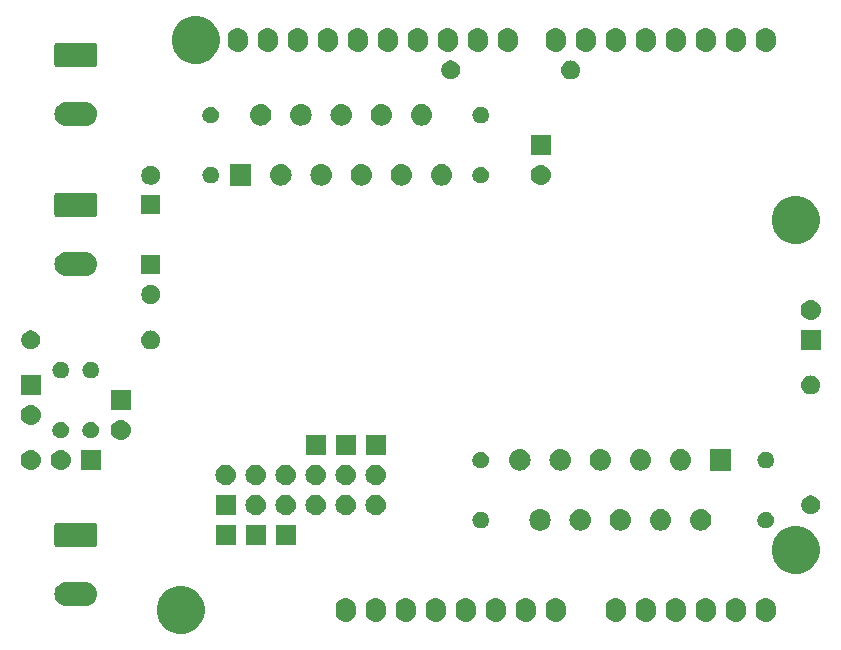
<source format=gbr>
G04 #@! TF.GenerationSoftware,KiCad,Pcbnew,(5.0.0)*
G04 #@! TF.CreationDate,2019-03-29T10:36:41+00:00*
G04 #@! TF.ProjectId,MotorDriverV1_0,4D6F746F7244726976657256315F302E,rev?*
G04 #@! TF.SameCoordinates,Original*
G04 #@! TF.FileFunction,Soldermask,Bot*
G04 #@! TF.FilePolarity,Negative*
%FSLAX46Y46*%
G04 Gerber Fmt 4.6, Leading zero omitted, Abs format (unit mm)*
G04 Created by KiCad (PCBNEW (5.0.0)) date 03/29/19 10:36:41*
%MOMM*%
%LPD*%
G01*
G04 APERTURE LIST*
%ADD10C,0.100000*%
G04 APERTURE END LIST*
D10*
G36*
X125560712Y-121871088D02*
X125930510Y-122024263D01*
X125930513Y-122024265D01*
X126263325Y-122246643D01*
X126546357Y-122529675D01*
X126640807Y-122671030D01*
X126768737Y-122862490D01*
X126921912Y-123232288D01*
X127000000Y-123624864D01*
X127000000Y-124025136D01*
X126921912Y-124417712D01*
X126768737Y-124787510D01*
X126768735Y-124787513D01*
X126546357Y-125120325D01*
X126263325Y-125403357D01*
X125930513Y-125625735D01*
X125930510Y-125625737D01*
X125560712Y-125778912D01*
X125168136Y-125857000D01*
X124767864Y-125857000D01*
X124375288Y-125778912D01*
X124005490Y-125625737D01*
X124005487Y-125625735D01*
X123672675Y-125403357D01*
X123389643Y-125120325D01*
X123167265Y-124787513D01*
X123167263Y-124787510D01*
X123014088Y-124417712D01*
X122936000Y-124025136D01*
X122936000Y-123624864D01*
X123014088Y-123232288D01*
X123167263Y-122862490D01*
X123295193Y-122671030D01*
X123389643Y-122529675D01*
X123672675Y-122246643D01*
X124005487Y-122024265D01*
X124005490Y-122024263D01*
X124375288Y-121871088D01*
X124767864Y-121793000D01*
X125168136Y-121793000D01*
X125560712Y-121871088D01*
X125560712Y-121871088D01*
G37*
G36*
X139107294Y-122821496D02*
X139227726Y-122858029D01*
X139270087Y-122870879D01*
X139420112Y-122951068D01*
X139551612Y-123058988D01*
X139659532Y-123190488D01*
X139739721Y-123340512D01*
X139752571Y-123382873D01*
X139789104Y-123503305D01*
X139789104Y-123503307D01*
X139801600Y-123630179D01*
X139801600Y-124019820D01*
X139801076Y-124025136D01*
X139789104Y-124146694D01*
X139752571Y-124267128D01*
X139739721Y-124309488D01*
X139659532Y-124459512D01*
X139551612Y-124591012D01*
X139420112Y-124698932D01*
X139270088Y-124779121D01*
X139242433Y-124787510D01*
X139107295Y-124828504D01*
X138994432Y-124839620D01*
X138938001Y-124845178D01*
X138938000Y-124845178D01*
X138768706Y-124828504D01*
X138633568Y-124787510D01*
X138605913Y-124779121D01*
X138455889Y-124698932D01*
X138365946Y-124625117D01*
X138324388Y-124591012D01*
X138216469Y-124459512D01*
X138194127Y-124417713D01*
X138136279Y-124309488D01*
X138123429Y-124267127D01*
X138086896Y-124146695D01*
X138078565Y-124062112D01*
X138074400Y-124019821D01*
X138074400Y-123630180D01*
X138086896Y-123503308D01*
X138086896Y-123503306D01*
X138136278Y-123340517D01*
X138136279Y-123340513D01*
X138216468Y-123190488D01*
X138324388Y-123058988D01*
X138455888Y-122951068D01*
X138605912Y-122870879D01*
X138648273Y-122858029D01*
X138768705Y-122821496D01*
X138881568Y-122810380D01*
X138937999Y-122804822D01*
X138938000Y-122804822D01*
X139107294Y-122821496D01*
X139107294Y-122821496D01*
G37*
G36*
X174667294Y-122821496D02*
X174787726Y-122858029D01*
X174830087Y-122870879D01*
X174980112Y-122951068D01*
X175111612Y-123058988D01*
X175219532Y-123190488D01*
X175299721Y-123340512D01*
X175312571Y-123382873D01*
X175349104Y-123503305D01*
X175349104Y-123503307D01*
X175361600Y-123630179D01*
X175361600Y-124019820D01*
X175361076Y-124025136D01*
X175349104Y-124146694D01*
X175312571Y-124267128D01*
X175299721Y-124309488D01*
X175219532Y-124459512D01*
X175111612Y-124591012D01*
X174980112Y-124698932D01*
X174830088Y-124779121D01*
X174802433Y-124787510D01*
X174667295Y-124828504D01*
X174554432Y-124839620D01*
X174498001Y-124845178D01*
X174498000Y-124845178D01*
X174328706Y-124828504D01*
X174193568Y-124787510D01*
X174165913Y-124779121D01*
X174015889Y-124698932D01*
X173925946Y-124625117D01*
X173884388Y-124591012D01*
X173776469Y-124459512D01*
X173754127Y-124417713D01*
X173696279Y-124309488D01*
X173683429Y-124267127D01*
X173646896Y-124146695D01*
X173638565Y-124062112D01*
X173634400Y-124019821D01*
X173634400Y-123630180D01*
X173646896Y-123503308D01*
X173646896Y-123503306D01*
X173696278Y-123340517D01*
X173696279Y-123340513D01*
X173776468Y-123190488D01*
X173884388Y-123058988D01*
X174015888Y-122951068D01*
X174165912Y-122870879D01*
X174208273Y-122858029D01*
X174328705Y-122821496D01*
X174441568Y-122810380D01*
X174497999Y-122804822D01*
X174498000Y-122804822D01*
X174667294Y-122821496D01*
X174667294Y-122821496D01*
G37*
G36*
X172127294Y-122821496D02*
X172247726Y-122858029D01*
X172290087Y-122870879D01*
X172440112Y-122951068D01*
X172571612Y-123058988D01*
X172679532Y-123190488D01*
X172759721Y-123340512D01*
X172772571Y-123382873D01*
X172809104Y-123503305D01*
X172809104Y-123503307D01*
X172821600Y-123630179D01*
X172821600Y-124019820D01*
X172821076Y-124025136D01*
X172809104Y-124146694D01*
X172772571Y-124267128D01*
X172759721Y-124309488D01*
X172679532Y-124459512D01*
X172571612Y-124591012D01*
X172440112Y-124698932D01*
X172290088Y-124779121D01*
X172262433Y-124787510D01*
X172127295Y-124828504D01*
X172014432Y-124839620D01*
X171958001Y-124845178D01*
X171958000Y-124845178D01*
X171788706Y-124828504D01*
X171653568Y-124787510D01*
X171625913Y-124779121D01*
X171475889Y-124698932D01*
X171385946Y-124625117D01*
X171344388Y-124591012D01*
X171236469Y-124459512D01*
X171214127Y-124417713D01*
X171156279Y-124309488D01*
X171143429Y-124267127D01*
X171106896Y-124146695D01*
X171098565Y-124062112D01*
X171094400Y-124019821D01*
X171094400Y-123630180D01*
X171106896Y-123503308D01*
X171106896Y-123503306D01*
X171156278Y-123340517D01*
X171156279Y-123340513D01*
X171236468Y-123190488D01*
X171344388Y-123058988D01*
X171475888Y-122951068D01*
X171625912Y-122870879D01*
X171668273Y-122858029D01*
X171788705Y-122821496D01*
X171901568Y-122810380D01*
X171957999Y-122804822D01*
X171958000Y-122804822D01*
X172127294Y-122821496D01*
X172127294Y-122821496D01*
G37*
G36*
X169587294Y-122821496D02*
X169707726Y-122858029D01*
X169750087Y-122870879D01*
X169900112Y-122951068D01*
X170031612Y-123058988D01*
X170139532Y-123190488D01*
X170219721Y-123340512D01*
X170232571Y-123382873D01*
X170269104Y-123503305D01*
X170269104Y-123503307D01*
X170281600Y-123630179D01*
X170281600Y-124019820D01*
X170281076Y-124025136D01*
X170269104Y-124146694D01*
X170232571Y-124267128D01*
X170219721Y-124309488D01*
X170139532Y-124459512D01*
X170031612Y-124591012D01*
X169900112Y-124698932D01*
X169750088Y-124779121D01*
X169722433Y-124787510D01*
X169587295Y-124828504D01*
X169474432Y-124839620D01*
X169418001Y-124845178D01*
X169418000Y-124845178D01*
X169248706Y-124828504D01*
X169113568Y-124787510D01*
X169085913Y-124779121D01*
X168935889Y-124698932D01*
X168845946Y-124625117D01*
X168804388Y-124591012D01*
X168696469Y-124459512D01*
X168674127Y-124417713D01*
X168616279Y-124309488D01*
X168603429Y-124267127D01*
X168566896Y-124146695D01*
X168558565Y-124062112D01*
X168554400Y-124019821D01*
X168554400Y-123630180D01*
X168566896Y-123503308D01*
X168566896Y-123503306D01*
X168616278Y-123340517D01*
X168616279Y-123340513D01*
X168696468Y-123190488D01*
X168804388Y-123058988D01*
X168935888Y-122951068D01*
X169085912Y-122870879D01*
X169128273Y-122858029D01*
X169248705Y-122821496D01*
X169361568Y-122810380D01*
X169417999Y-122804822D01*
X169418000Y-122804822D01*
X169587294Y-122821496D01*
X169587294Y-122821496D01*
G37*
G36*
X167047294Y-122821496D02*
X167167726Y-122858029D01*
X167210087Y-122870879D01*
X167360112Y-122951068D01*
X167491612Y-123058988D01*
X167599532Y-123190488D01*
X167679721Y-123340512D01*
X167692571Y-123382873D01*
X167729104Y-123503305D01*
X167729104Y-123503307D01*
X167741600Y-123630179D01*
X167741600Y-124019820D01*
X167741076Y-124025136D01*
X167729104Y-124146694D01*
X167692571Y-124267128D01*
X167679721Y-124309488D01*
X167599532Y-124459512D01*
X167491612Y-124591012D01*
X167360112Y-124698932D01*
X167210088Y-124779121D01*
X167182433Y-124787510D01*
X167047295Y-124828504D01*
X166934432Y-124839620D01*
X166878001Y-124845178D01*
X166878000Y-124845178D01*
X166708706Y-124828504D01*
X166573568Y-124787510D01*
X166545913Y-124779121D01*
X166395889Y-124698932D01*
X166305946Y-124625117D01*
X166264388Y-124591012D01*
X166156469Y-124459512D01*
X166134127Y-124417713D01*
X166076279Y-124309488D01*
X166063429Y-124267127D01*
X166026896Y-124146695D01*
X166018565Y-124062112D01*
X166014400Y-124019821D01*
X166014400Y-123630180D01*
X166026896Y-123503308D01*
X166026896Y-123503306D01*
X166076278Y-123340517D01*
X166076279Y-123340513D01*
X166156468Y-123190488D01*
X166264388Y-123058988D01*
X166395888Y-122951068D01*
X166545912Y-122870879D01*
X166588273Y-122858029D01*
X166708705Y-122821496D01*
X166821568Y-122810380D01*
X166877999Y-122804822D01*
X166878000Y-122804822D01*
X167047294Y-122821496D01*
X167047294Y-122821496D01*
G37*
G36*
X164507294Y-122821496D02*
X164627726Y-122858029D01*
X164670087Y-122870879D01*
X164820112Y-122951068D01*
X164951612Y-123058988D01*
X165059532Y-123190488D01*
X165139721Y-123340512D01*
X165152571Y-123382873D01*
X165189104Y-123503305D01*
X165189104Y-123503307D01*
X165201600Y-123630179D01*
X165201600Y-124019820D01*
X165201076Y-124025136D01*
X165189104Y-124146694D01*
X165152571Y-124267128D01*
X165139721Y-124309488D01*
X165059532Y-124459512D01*
X164951612Y-124591012D01*
X164820112Y-124698932D01*
X164670088Y-124779121D01*
X164642433Y-124787510D01*
X164507295Y-124828504D01*
X164394432Y-124839620D01*
X164338001Y-124845178D01*
X164338000Y-124845178D01*
X164168706Y-124828504D01*
X164033568Y-124787510D01*
X164005913Y-124779121D01*
X163855889Y-124698932D01*
X163765946Y-124625117D01*
X163724388Y-124591012D01*
X163616469Y-124459512D01*
X163594127Y-124417713D01*
X163536279Y-124309488D01*
X163523429Y-124267127D01*
X163486896Y-124146695D01*
X163478565Y-124062112D01*
X163474400Y-124019821D01*
X163474400Y-123630180D01*
X163486896Y-123503308D01*
X163486896Y-123503306D01*
X163536278Y-123340517D01*
X163536279Y-123340513D01*
X163616468Y-123190488D01*
X163724388Y-123058988D01*
X163855888Y-122951068D01*
X164005912Y-122870879D01*
X164048273Y-122858029D01*
X164168705Y-122821496D01*
X164281568Y-122810380D01*
X164337999Y-122804822D01*
X164338000Y-122804822D01*
X164507294Y-122821496D01*
X164507294Y-122821496D01*
G37*
G36*
X161967294Y-122821496D02*
X162087726Y-122858029D01*
X162130087Y-122870879D01*
X162280112Y-122951068D01*
X162411612Y-123058988D01*
X162519532Y-123190488D01*
X162599721Y-123340512D01*
X162612571Y-123382873D01*
X162649104Y-123503305D01*
X162649104Y-123503307D01*
X162661600Y-123630179D01*
X162661600Y-124019820D01*
X162661076Y-124025136D01*
X162649104Y-124146694D01*
X162612571Y-124267128D01*
X162599721Y-124309488D01*
X162519532Y-124459512D01*
X162411612Y-124591012D01*
X162280112Y-124698932D01*
X162130088Y-124779121D01*
X162102433Y-124787510D01*
X161967295Y-124828504D01*
X161854432Y-124839620D01*
X161798001Y-124845178D01*
X161798000Y-124845178D01*
X161628706Y-124828504D01*
X161493568Y-124787510D01*
X161465913Y-124779121D01*
X161315889Y-124698932D01*
X161225946Y-124625117D01*
X161184388Y-124591012D01*
X161076469Y-124459512D01*
X161054127Y-124417713D01*
X160996279Y-124309488D01*
X160983429Y-124267127D01*
X160946896Y-124146695D01*
X160938565Y-124062112D01*
X160934400Y-124019821D01*
X160934400Y-123630180D01*
X160946896Y-123503308D01*
X160946896Y-123503306D01*
X160996278Y-123340517D01*
X160996279Y-123340513D01*
X161076468Y-123190488D01*
X161184388Y-123058988D01*
X161315888Y-122951068D01*
X161465912Y-122870879D01*
X161508273Y-122858029D01*
X161628705Y-122821496D01*
X161741568Y-122810380D01*
X161797999Y-122804822D01*
X161798000Y-122804822D01*
X161967294Y-122821496D01*
X161967294Y-122821496D01*
G37*
G36*
X154347294Y-122821496D02*
X154467726Y-122858029D01*
X154510087Y-122870879D01*
X154660112Y-122951068D01*
X154791612Y-123058988D01*
X154899532Y-123190488D01*
X154979721Y-123340512D01*
X154992571Y-123382873D01*
X155029104Y-123503305D01*
X155029104Y-123503307D01*
X155041600Y-123630179D01*
X155041600Y-124019820D01*
X155041076Y-124025136D01*
X155029104Y-124146694D01*
X154992571Y-124267128D01*
X154979721Y-124309488D01*
X154899532Y-124459512D01*
X154791612Y-124591012D01*
X154660112Y-124698932D01*
X154510088Y-124779121D01*
X154482433Y-124787510D01*
X154347295Y-124828504D01*
X154234432Y-124839620D01*
X154178001Y-124845178D01*
X154178000Y-124845178D01*
X154008706Y-124828504D01*
X153873568Y-124787510D01*
X153845913Y-124779121D01*
X153695889Y-124698932D01*
X153605946Y-124625117D01*
X153564388Y-124591012D01*
X153456469Y-124459512D01*
X153434127Y-124417713D01*
X153376279Y-124309488D01*
X153363429Y-124267127D01*
X153326896Y-124146695D01*
X153318565Y-124062112D01*
X153314400Y-124019821D01*
X153314400Y-123630180D01*
X153326896Y-123503308D01*
X153326896Y-123503306D01*
X153376278Y-123340517D01*
X153376279Y-123340513D01*
X153456468Y-123190488D01*
X153564388Y-123058988D01*
X153695888Y-122951068D01*
X153845912Y-122870879D01*
X153888273Y-122858029D01*
X154008705Y-122821496D01*
X154121568Y-122810380D01*
X154177999Y-122804822D01*
X154178000Y-122804822D01*
X154347294Y-122821496D01*
X154347294Y-122821496D01*
G37*
G36*
X151807294Y-122821496D02*
X151927726Y-122858029D01*
X151970087Y-122870879D01*
X152120112Y-122951068D01*
X152251612Y-123058988D01*
X152359532Y-123190488D01*
X152439721Y-123340512D01*
X152452571Y-123382873D01*
X152489104Y-123503305D01*
X152489104Y-123503307D01*
X152501600Y-123630179D01*
X152501600Y-124019820D01*
X152501076Y-124025136D01*
X152489104Y-124146694D01*
X152452571Y-124267128D01*
X152439721Y-124309488D01*
X152359532Y-124459512D01*
X152251612Y-124591012D01*
X152120112Y-124698932D01*
X151970088Y-124779121D01*
X151942433Y-124787510D01*
X151807295Y-124828504D01*
X151694432Y-124839620D01*
X151638001Y-124845178D01*
X151638000Y-124845178D01*
X151468706Y-124828504D01*
X151333568Y-124787510D01*
X151305913Y-124779121D01*
X151155889Y-124698932D01*
X151065946Y-124625117D01*
X151024388Y-124591012D01*
X150916469Y-124459512D01*
X150894127Y-124417713D01*
X150836279Y-124309488D01*
X150823429Y-124267127D01*
X150786896Y-124146695D01*
X150778565Y-124062112D01*
X150774400Y-124019821D01*
X150774400Y-123630180D01*
X150786896Y-123503308D01*
X150786896Y-123503306D01*
X150836278Y-123340517D01*
X150836279Y-123340513D01*
X150916468Y-123190488D01*
X151024388Y-123058988D01*
X151155888Y-122951068D01*
X151305912Y-122870879D01*
X151348273Y-122858029D01*
X151468705Y-122821496D01*
X151581568Y-122810380D01*
X151637999Y-122804822D01*
X151638000Y-122804822D01*
X151807294Y-122821496D01*
X151807294Y-122821496D01*
G37*
G36*
X149267294Y-122821496D02*
X149387726Y-122858029D01*
X149430087Y-122870879D01*
X149580112Y-122951068D01*
X149711612Y-123058988D01*
X149819532Y-123190488D01*
X149899721Y-123340512D01*
X149912571Y-123382873D01*
X149949104Y-123503305D01*
X149949104Y-123503307D01*
X149961600Y-123630179D01*
X149961600Y-124019820D01*
X149961076Y-124025136D01*
X149949104Y-124146694D01*
X149912571Y-124267128D01*
X149899721Y-124309488D01*
X149819532Y-124459512D01*
X149711612Y-124591012D01*
X149580112Y-124698932D01*
X149430088Y-124779121D01*
X149402433Y-124787510D01*
X149267295Y-124828504D01*
X149154432Y-124839620D01*
X149098001Y-124845178D01*
X149098000Y-124845178D01*
X148928706Y-124828504D01*
X148793568Y-124787510D01*
X148765913Y-124779121D01*
X148615889Y-124698932D01*
X148525946Y-124625117D01*
X148484388Y-124591012D01*
X148376469Y-124459512D01*
X148354127Y-124417713D01*
X148296279Y-124309488D01*
X148283429Y-124267127D01*
X148246896Y-124146695D01*
X148238565Y-124062112D01*
X148234400Y-124019821D01*
X148234400Y-123630180D01*
X148246896Y-123503308D01*
X148246896Y-123503306D01*
X148296278Y-123340517D01*
X148296279Y-123340513D01*
X148376468Y-123190488D01*
X148484388Y-123058988D01*
X148615888Y-122951068D01*
X148765912Y-122870879D01*
X148808273Y-122858029D01*
X148928705Y-122821496D01*
X149041568Y-122810380D01*
X149097999Y-122804822D01*
X149098000Y-122804822D01*
X149267294Y-122821496D01*
X149267294Y-122821496D01*
G37*
G36*
X146727294Y-122821496D02*
X146847726Y-122858029D01*
X146890087Y-122870879D01*
X147040112Y-122951068D01*
X147171612Y-123058988D01*
X147279532Y-123190488D01*
X147359721Y-123340512D01*
X147372571Y-123382873D01*
X147409104Y-123503305D01*
X147409104Y-123503307D01*
X147421600Y-123630179D01*
X147421600Y-124019820D01*
X147421076Y-124025136D01*
X147409104Y-124146694D01*
X147372571Y-124267128D01*
X147359721Y-124309488D01*
X147279532Y-124459512D01*
X147171612Y-124591012D01*
X147040112Y-124698932D01*
X146890088Y-124779121D01*
X146862433Y-124787510D01*
X146727295Y-124828504D01*
X146614432Y-124839620D01*
X146558001Y-124845178D01*
X146558000Y-124845178D01*
X146388706Y-124828504D01*
X146253568Y-124787510D01*
X146225913Y-124779121D01*
X146075889Y-124698932D01*
X145985946Y-124625117D01*
X145944388Y-124591012D01*
X145836469Y-124459512D01*
X145814127Y-124417713D01*
X145756279Y-124309488D01*
X145743429Y-124267127D01*
X145706896Y-124146695D01*
X145698565Y-124062112D01*
X145694400Y-124019821D01*
X145694400Y-123630180D01*
X145706896Y-123503308D01*
X145706896Y-123503306D01*
X145756278Y-123340517D01*
X145756279Y-123340513D01*
X145836468Y-123190488D01*
X145944388Y-123058988D01*
X146075888Y-122951068D01*
X146225912Y-122870879D01*
X146268273Y-122858029D01*
X146388705Y-122821496D01*
X146501568Y-122810380D01*
X146557999Y-122804822D01*
X146558000Y-122804822D01*
X146727294Y-122821496D01*
X146727294Y-122821496D01*
G37*
G36*
X144187294Y-122821496D02*
X144307726Y-122858029D01*
X144350087Y-122870879D01*
X144500112Y-122951068D01*
X144631612Y-123058988D01*
X144739532Y-123190488D01*
X144819721Y-123340512D01*
X144832571Y-123382873D01*
X144869104Y-123503305D01*
X144869104Y-123503307D01*
X144881600Y-123630179D01*
X144881600Y-124019820D01*
X144881076Y-124025136D01*
X144869104Y-124146694D01*
X144832571Y-124267128D01*
X144819721Y-124309488D01*
X144739532Y-124459512D01*
X144631612Y-124591012D01*
X144500112Y-124698932D01*
X144350088Y-124779121D01*
X144322433Y-124787510D01*
X144187295Y-124828504D01*
X144074432Y-124839620D01*
X144018001Y-124845178D01*
X144018000Y-124845178D01*
X143848706Y-124828504D01*
X143713568Y-124787510D01*
X143685913Y-124779121D01*
X143535889Y-124698932D01*
X143445946Y-124625117D01*
X143404388Y-124591012D01*
X143296469Y-124459512D01*
X143274127Y-124417713D01*
X143216279Y-124309488D01*
X143203429Y-124267127D01*
X143166896Y-124146695D01*
X143158565Y-124062112D01*
X143154400Y-124019821D01*
X143154400Y-123630180D01*
X143166896Y-123503308D01*
X143166896Y-123503306D01*
X143216278Y-123340517D01*
X143216279Y-123340513D01*
X143296468Y-123190488D01*
X143404388Y-123058988D01*
X143535888Y-122951068D01*
X143685912Y-122870879D01*
X143728273Y-122858029D01*
X143848705Y-122821496D01*
X143961568Y-122810380D01*
X144017999Y-122804822D01*
X144018000Y-122804822D01*
X144187294Y-122821496D01*
X144187294Y-122821496D01*
G37*
G36*
X141647294Y-122821496D02*
X141767726Y-122858029D01*
X141810087Y-122870879D01*
X141960112Y-122951068D01*
X142091612Y-123058988D01*
X142199532Y-123190488D01*
X142279721Y-123340512D01*
X142292571Y-123382873D01*
X142329104Y-123503305D01*
X142329104Y-123503307D01*
X142341600Y-123630179D01*
X142341600Y-124019820D01*
X142341076Y-124025136D01*
X142329104Y-124146694D01*
X142292571Y-124267128D01*
X142279721Y-124309488D01*
X142199532Y-124459512D01*
X142091612Y-124591012D01*
X141960112Y-124698932D01*
X141810088Y-124779121D01*
X141782433Y-124787510D01*
X141647295Y-124828504D01*
X141534432Y-124839620D01*
X141478001Y-124845178D01*
X141478000Y-124845178D01*
X141308706Y-124828504D01*
X141173568Y-124787510D01*
X141145913Y-124779121D01*
X140995889Y-124698932D01*
X140905946Y-124625117D01*
X140864388Y-124591012D01*
X140756469Y-124459512D01*
X140734127Y-124417713D01*
X140676279Y-124309488D01*
X140663429Y-124267127D01*
X140626896Y-124146695D01*
X140618565Y-124062112D01*
X140614400Y-124019821D01*
X140614400Y-123630180D01*
X140626896Y-123503308D01*
X140626896Y-123503306D01*
X140676278Y-123340517D01*
X140676279Y-123340513D01*
X140756468Y-123190488D01*
X140864388Y-123058988D01*
X140995888Y-122951068D01*
X141145912Y-122870879D01*
X141188273Y-122858029D01*
X141308705Y-122821496D01*
X141421568Y-122810380D01*
X141477999Y-122804822D01*
X141478000Y-122804822D01*
X141647294Y-122821496D01*
X141647294Y-122821496D01*
G37*
G36*
X156887294Y-122821496D02*
X157007726Y-122858029D01*
X157050087Y-122870879D01*
X157200112Y-122951068D01*
X157331612Y-123058988D01*
X157439532Y-123190488D01*
X157519721Y-123340512D01*
X157532571Y-123382873D01*
X157569104Y-123503305D01*
X157569104Y-123503307D01*
X157581600Y-123630179D01*
X157581600Y-124019820D01*
X157581076Y-124025136D01*
X157569104Y-124146694D01*
X157532571Y-124267128D01*
X157519721Y-124309488D01*
X157439532Y-124459512D01*
X157331612Y-124591012D01*
X157200112Y-124698932D01*
X157050088Y-124779121D01*
X157022433Y-124787510D01*
X156887295Y-124828504D01*
X156774432Y-124839620D01*
X156718001Y-124845178D01*
X156718000Y-124845178D01*
X156548706Y-124828504D01*
X156413568Y-124787510D01*
X156385913Y-124779121D01*
X156235889Y-124698932D01*
X156145946Y-124625117D01*
X156104388Y-124591012D01*
X155996469Y-124459512D01*
X155974127Y-124417713D01*
X155916279Y-124309488D01*
X155903429Y-124267127D01*
X155866896Y-124146695D01*
X155858565Y-124062112D01*
X155854400Y-124019821D01*
X155854400Y-123630180D01*
X155866896Y-123503308D01*
X155866896Y-123503306D01*
X155916278Y-123340517D01*
X155916279Y-123340513D01*
X155996468Y-123190488D01*
X156104388Y-123058988D01*
X156235888Y-122951068D01*
X156385912Y-122870879D01*
X156428273Y-122858029D01*
X156548705Y-122821496D01*
X156661568Y-122810380D01*
X156717999Y-122804822D01*
X156718000Y-122804822D01*
X156887294Y-122821496D01*
X156887294Y-122821496D01*
G37*
G36*
X117074030Y-121489469D02*
X117074033Y-121489470D01*
X117074034Y-121489470D01*
X117262535Y-121546651D01*
X117262537Y-121546652D01*
X117436260Y-121639509D01*
X117588528Y-121764472D01*
X117713491Y-121916740D01*
X117806348Y-122090463D01*
X117863531Y-122278970D01*
X117882838Y-122475000D01*
X117863531Y-122671030D01*
X117806348Y-122859537D01*
X117713491Y-123033260D01*
X117588528Y-123185528D01*
X117436260Y-123310491D01*
X117436258Y-123310492D01*
X117262535Y-123403349D01*
X117074034Y-123460530D01*
X117074033Y-123460530D01*
X117074030Y-123460531D01*
X116927124Y-123475000D01*
X115228876Y-123475000D01*
X115081970Y-123460531D01*
X115081967Y-123460530D01*
X115081966Y-123460530D01*
X114893465Y-123403349D01*
X114719742Y-123310492D01*
X114719740Y-123310491D01*
X114567472Y-123185528D01*
X114442509Y-123033260D01*
X114349652Y-122859537D01*
X114292469Y-122671030D01*
X114273162Y-122475000D01*
X114292469Y-122278970D01*
X114349652Y-122090463D01*
X114442509Y-121916740D01*
X114567472Y-121764472D01*
X114719740Y-121639509D01*
X114893463Y-121546652D01*
X114893465Y-121546651D01*
X115081966Y-121489470D01*
X115081967Y-121489470D01*
X115081970Y-121489469D01*
X115228876Y-121475000D01*
X116927124Y-121475000D01*
X117074030Y-121489469D01*
X117074030Y-121489469D01*
G37*
G36*
X177630712Y-116791088D02*
X178000510Y-116944263D01*
X178000513Y-116944265D01*
X178333325Y-117166643D01*
X178616357Y-117449675D01*
X178838735Y-117782487D01*
X178838737Y-117782490D01*
X178991912Y-118152288D01*
X179070000Y-118544864D01*
X179070000Y-118945136D01*
X178991912Y-119337712D01*
X178838737Y-119707510D01*
X178838735Y-119707513D01*
X178616357Y-120040325D01*
X178333325Y-120323357D01*
X178000513Y-120545735D01*
X178000510Y-120545737D01*
X177630712Y-120698912D01*
X177238136Y-120777000D01*
X176837864Y-120777000D01*
X176445288Y-120698912D01*
X176075490Y-120545737D01*
X176075487Y-120545735D01*
X175742675Y-120323357D01*
X175459643Y-120040325D01*
X175237265Y-119707513D01*
X175237263Y-119707510D01*
X175084088Y-119337712D01*
X175006000Y-118945136D01*
X175006000Y-118544864D01*
X175084088Y-118152288D01*
X175237263Y-117782490D01*
X175237265Y-117782487D01*
X175459643Y-117449675D01*
X175742675Y-117166643D01*
X176075487Y-116944265D01*
X176075490Y-116944263D01*
X176445288Y-116791088D01*
X176837864Y-116713000D01*
X177238136Y-116713000D01*
X177630712Y-116791088D01*
X177630712Y-116791088D01*
G37*
G36*
X117752116Y-116478595D02*
X117781313Y-116487452D01*
X117808218Y-116501833D01*
X117831808Y-116521192D01*
X117851167Y-116544782D01*
X117865548Y-116571687D01*
X117874405Y-116600884D01*
X117878000Y-116637390D01*
X117878000Y-118312610D01*
X117874405Y-118349116D01*
X117865548Y-118378313D01*
X117851167Y-118405218D01*
X117831808Y-118428808D01*
X117808218Y-118448167D01*
X117781313Y-118462548D01*
X117752116Y-118471405D01*
X117715610Y-118475000D01*
X114440390Y-118475000D01*
X114403884Y-118471405D01*
X114374687Y-118462548D01*
X114347782Y-118448167D01*
X114324192Y-118428808D01*
X114304833Y-118405218D01*
X114290452Y-118378313D01*
X114281595Y-118349116D01*
X114278000Y-118312610D01*
X114278000Y-116637390D01*
X114281595Y-116600884D01*
X114290452Y-116571687D01*
X114304833Y-116544782D01*
X114324192Y-116521192D01*
X114347782Y-116501833D01*
X114374687Y-116487452D01*
X114403884Y-116478595D01*
X114440390Y-116475000D01*
X117715610Y-116475000D01*
X117752116Y-116478595D01*
X117752116Y-116478595D01*
G37*
G36*
X132168000Y-118325000D02*
X130468000Y-118325000D01*
X130468000Y-116625000D01*
X132168000Y-116625000D01*
X132168000Y-118325000D01*
X132168000Y-118325000D01*
G37*
G36*
X134708000Y-118325000D02*
X133008000Y-118325000D01*
X133008000Y-116625000D01*
X134708000Y-116625000D01*
X134708000Y-118325000D01*
X134708000Y-118325000D01*
G37*
G36*
X129628000Y-118325000D02*
X127928000Y-118325000D01*
X127928000Y-116625000D01*
X129628000Y-116625000D01*
X129628000Y-118325000D01*
X129628000Y-118325000D01*
G37*
G36*
X155564432Y-115318022D02*
X155734081Y-115369485D01*
X155890433Y-115453056D01*
X156027475Y-115565525D01*
X156139944Y-115702567D01*
X156223515Y-115858919D01*
X156274978Y-116028568D01*
X156292354Y-116205000D01*
X156274978Y-116381432D01*
X156223515Y-116551081D01*
X156139944Y-116707433D01*
X156027475Y-116844475D01*
X155890433Y-116956944D01*
X155734081Y-117040515D01*
X155564432Y-117091978D01*
X155432211Y-117105000D01*
X155343789Y-117105000D01*
X155211568Y-117091978D01*
X155041919Y-117040515D01*
X154885567Y-116956944D01*
X154748525Y-116844475D01*
X154636056Y-116707433D01*
X154552485Y-116551081D01*
X154501022Y-116381432D01*
X154483646Y-116205000D01*
X154501022Y-116028568D01*
X154552485Y-115858919D01*
X154636056Y-115702567D01*
X154748525Y-115565525D01*
X154885567Y-115453056D01*
X155041919Y-115369485D01*
X155211568Y-115318022D01*
X155343789Y-115305000D01*
X155432211Y-115305000D01*
X155564432Y-115318022D01*
X155564432Y-115318022D01*
G37*
G36*
X158964432Y-115318022D02*
X159134081Y-115369485D01*
X159290433Y-115453056D01*
X159427475Y-115565525D01*
X159539944Y-115702567D01*
X159623515Y-115858919D01*
X159674978Y-116028568D01*
X159692354Y-116205000D01*
X159674978Y-116381432D01*
X159623515Y-116551081D01*
X159539944Y-116707433D01*
X159427475Y-116844475D01*
X159290433Y-116956944D01*
X159134081Y-117040515D01*
X158964432Y-117091978D01*
X158832211Y-117105000D01*
X158743789Y-117105000D01*
X158611568Y-117091978D01*
X158441919Y-117040515D01*
X158285567Y-116956944D01*
X158148525Y-116844475D01*
X158036056Y-116707433D01*
X157952485Y-116551081D01*
X157901022Y-116381432D01*
X157883646Y-116205000D01*
X157901022Y-116028568D01*
X157952485Y-115858919D01*
X158036056Y-115702567D01*
X158148525Y-115565525D01*
X158285567Y-115453056D01*
X158441919Y-115369485D01*
X158611568Y-115318022D01*
X158743789Y-115305000D01*
X158832211Y-115305000D01*
X158964432Y-115318022D01*
X158964432Y-115318022D01*
G37*
G36*
X162364432Y-115318022D02*
X162534081Y-115369485D01*
X162690433Y-115453056D01*
X162827475Y-115565525D01*
X162939944Y-115702567D01*
X163023515Y-115858919D01*
X163074978Y-116028568D01*
X163092354Y-116205000D01*
X163074978Y-116381432D01*
X163023515Y-116551081D01*
X162939944Y-116707433D01*
X162827475Y-116844475D01*
X162690433Y-116956944D01*
X162534081Y-117040515D01*
X162364432Y-117091978D01*
X162232211Y-117105000D01*
X162143789Y-117105000D01*
X162011568Y-117091978D01*
X161841919Y-117040515D01*
X161685567Y-116956944D01*
X161548525Y-116844475D01*
X161436056Y-116707433D01*
X161352485Y-116551081D01*
X161301022Y-116381432D01*
X161283646Y-116205000D01*
X161301022Y-116028568D01*
X161352485Y-115858919D01*
X161436056Y-115702567D01*
X161548525Y-115565525D01*
X161685567Y-115453056D01*
X161841919Y-115369485D01*
X162011568Y-115318022D01*
X162143789Y-115305000D01*
X162232211Y-115305000D01*
X162364432Y-115318022D01*
X162364432Y-115318022D01*
G37*
G36*
X165764432Y-115318022D02*
X165934081Y-115369485D01*
X166090433Y-115453056D01*
X166227475Y-115565525D01*
X166339944Y-115702567D01*
X166423515Y-115858919D01*
X166474978Y-116028568D01*
X166492354Y-116205000D01*
X166474978Y-116381432D01*
X166423515Y-116551081D01*
X166339944Y-116707433D01*
X166227475Y-116844475D01*
X166090433Y-116956944D01*
X165934081Y-117040515D01*
X165764432Y-117091978D01*
X165632211Y-117105000D01*
X165543789Y-117105000D01*
X165411568Y-117091978D01*
X165241919Y-117040515D01*
X165085567Y-116956944D01*
X164948525Y-116844475D01*
X164836056Y-116707433D01*
X164752485Y-116551081D01*
X164701022Y-116381432D01*
X164683646Y-116205000D01*
X164701022Y-116028568D01*
X164752485Y-115858919D01*
X164836056Y-115702567D01*
X164948525Y-115565525D01*
X165085567Y-115453056D01*
X165241919Y-115369485D01*
X165411568Y-115318022D01*
X165543789Y-115305000D01*
X165632211Y-115305000D01*
X165764432Y-115318022D01*
X165764432Y-115318022D01*
G37*
G36*
X169164432Y-115318022D02*
X169334081Y-115369485D01*
X169490433Y-115453056D01*
X169627475Y-115565525D01*
X169739944Y-115702567D01*
X169823515Y-115858919D01*
X169874978Y-116028568D01*
X169892354Y-116205000D01*
X169874978Y-116381432D01*
X169823515Y-116551081D01*
X169739944Y-116707433D01*
X169627475Y-116844475D01*
X169490433Y-116956944D01*
X169334081Y-117040515D01*
X169164432Y-117091978D01*
X169032211Y-117105000D01*
X168943789Y-117105000D01*
X168811568Y-117091978D01*
X168641919Y-117040515D01*
X168485567Y-116956944D01*
X168348525Y-116844475D01*
X168236056Y-116707433D01*
X168152485Y-116551081D01*
X168101022Y-116381432D01*
X168083646Y-116205000D01*
X168101022Y-116028568D01*
X168152485Y-115858919D01*
X168236056Y-115702567D01*
X168348525Y-115565525D01*
X168485567Y-115453056D01*
X168641919Y-115369485D01*
X168811568Y-115318022D01*
X168943789Y-115305000D01*
X169032211Y-115305000D01*
X169164432Y-115318022D01*
X169164432Y-115318022D01*
G37*
G36*
X150505224Y-115515128D02*
X150637175Y-115555155D01*
X150758781Y-115620155D01*
X150865370Y-115707630D01*
X150952845Y-115814219D01*
X151017845Y-115935825D01*
X151057872Y-116067776D01*
X151071387Y-116205000D01*
X151057872Y-116342224D01*
X151017845Y-116474175D01*
X150952845Y-116595781D01*
X150865370Y-116702370D01*
X150758781Y-116789845D01*
X150637175Y-116854845D01*
X150505224Y-116894872D01*
X150402390Y-116905000D01*
X150333610Y-116905000D01*
X150230776Y-116894872D01*
X150098825Y-116854845D01*
X149977219Y-116789845D01*
X149870630Y-116702370D01*
X149783155Y-116595781D01*
X149718155Y-116474175D01*
X149678128Y-116342224D01*
X149664613Y-116205000D01*
X149678128Y-116067776D01*
X149718155Y-115935825D01*
X149783155Y-115814219D01*
X149870630Y-115707630D01*
X149977219Y-115620155D01*
X150098825Y-115555155D01*
X150230776Y-115515128D01*
X150333610Y-115505000D01*
X150402390Y-115505000D01*
X150505224Y-115515128D01*
X150505224Y-115515128D01*
G37*
G36*
X174702183Y-115531900D02*
X174829574Y-115584668D01*
X174937126Y-115656531D01*
X174944225Y-115661275D01*
X175041725Y-115758775D01*
X175118332Y-115873426D01*
X175171100Y-116000817D01*
X175198000Y-116136055D01*
X175198000Y-116273945D01*
X175171100Y-116409183D01*
X175118332Y-116536574D01*
X175041726Y-116651224D01*
X174944224Y-116748726D01*
X174880824Y-116791088D01*
X174829574Y-116825332D01*
X174702183Y-116878100D01*
X174566945Y-116905000D01*
X174429055Y-116905000D01*
X174293817Y-116878100D01*
X174166426Y-116825332D01*
X174115176Y-116791088D01*
X174051776Y-116748726D01*
X173954274Y-116651224D01*
X173877668Y-116536574D01*
X173824900Y-116409183D01*
X173798000Y-116273945D01*
X173798000Y-116136055D01*
X173824900Y-116000817D01*
X173877668Y-115873426D01*
X173954275Y-115758775D01*
X174051775Y-115661275D01*
X174058875Y-115656531D01*
X174166426Y-115584668D01*
X174293817Y-115531900D01*
X174429055Y-115505000D01*
X174566945Y-115505000D01*
X174702183Y-115531900D01*
X174702183Y-115531900D01*
G37*
G36*
X139022712Y-114075565D02*
X139107295Y-114083896D01*
X139227727Y-114120429D01*
X139270088Y-114133279D01*
X139420112Y-114213468D01*
X139551612Y-114321388D01*
X139659532Y-114452888D01*
X139739721Y-114602912D01*
X139739722Y-114602916D01*
X139789104Y-114765705D01*
X139805778Y-114935000D01*
X139789104Y-115104295D01*
X139769672Y-115168352D01*
X139739721Y-115267088D01*
X139659532Y-115417112D01*
X139551612Y-115548612D01*
X139420112Y-115656532D01*
X139270088Y-115736721D01*
X139227727Y-115749571D01*
X139107295Y-115786104D01*
X139022712Y-115794435D01*
X138980421Y-115798600D01*
X138895579Y-115798600D01*
X138853288Y-115794435D01*
X138768705Y-115786104D01*
X138648273Y-115749571D01*
X138605912Y-115736721D01*
X138455888Y-115656532D01*
X138324388Y-115548612D01*
X138216468Y-115417112D01*
X138136279Y-115267088D01*
X138106328Y-115168352D01*
X138086896Y-115104295D01*
X138070222Y-114935000D01*
X138086896Y-114765705D01*
X138136278Y-114602916D01*
X138136279Y-114602912D01*
X138216468Y-114452888D01*
X138324388Y-114321388D01*
X138455888Y-114213468D01*
X138605912Y-114133279D01*
X138648273Y-114120429D01*
X138768705Y-114083896D01*
X138853288Y-114075565D01*
X138895579Y-114071400D01*
X138980421Y-114071400D01*
X139022712Y-114075565D01*
X139022712Y-114075565D01*
G37*
G36*
X136482712Y-114075565D02*
X136567295Y-114083896D01*
X136687727Y-114120429D01*
X136730088Y-114133279D01*
X136880112Y-114213468D01*
X137011612Y-114321388D01*
X137119532Y-114452888D01*
X137199721Y-114602912D01*
X137199722Y-114602916D01*
X137249104Y-114765705D01*
X137265778Y-114935000D01*
X137249104Y-115104295D01*
X137229672Y-115168352D01*
X137199721Y-115267088D01*
X137119532Y-115417112D01*
X137011612Y-115548612D01*
X136880112Y-115656532D01*
X136730088Y-115736721D01*
X136687727Y-115749571D01*
X136567295Y-115786104D01*
X136482712Y-115794435D01*
X136440421Y-115798600D01*
X136355579Y-115798600D01*
X136313288Y-115794435D01*
X136228705Y-115786104D01*
X136108273Y-115749571D01*
X136065912Y-115736721D01*
X135915888Y-115656532D01*
X135784388Y-115548612D01*
X135676468Y-115417112D01*
X135596279Y-115267088D01*
X135566328Y-115168352D01*
X135546896Y-115104295D01*
X135530222Y-114935000D01*
X135546896Y-114765705D01*
X135596278Y-114602916D01*
X135596279Y-114602912D01*
X135676468Y-114452888D01*
X135784388Y-114321388D01*
X135915888Y-114213468D01*
X136065912Y-114133279D01*
X136108273Y-114120429D01*
X136228705Y-114083896D01*
X136313288Y-114075565D01*
X136355579Y-114071400D01*
X136440421Y-114071400D01*
X136482712Y-114075565D01*
X136482712Y-114075565D01*
G37*
G36*
X133942712Y-114075565D02*
X134027295Y-114083896D01*
X134147727Y-114120429D01*
X134190088Y-114133279D01*
X134340112Y-114213468D01*
X134471612Y-114321388D01*
X134579532Y-114452888D01*
X134659721Y-114602912D01*
X134659722Y-114602916D01*
X134709104Y-114765705D01*
X134725778Y-114935000D01*
X134709104Y-115104295D01*
X134689672Y-115168352D01*
X134659721Y-115267088D01*
X134579532Y-115417112D01*
X134471612Y-115548612D01*
X134340112Y-115656532D01*
X134190088Y-115736721D01*
X134147727Y-115749571D01*
X134027295Y-115786104D01*
X133942712Y-115794435D01*
X133900421Y-115798600D01*
X133815579Y-115798600D01*
X133773288Y-115794435D01*
X133688705Y-115786104D01*
X133568273Y-115749571D01*
X133525912Y-115736721D01*
X133375888Y-115656532D01*
X133244388Y-115548612D01*
X133136468Y-115417112D01*
X133056279Y-115267088D01*
X133026328Y-115168352D01*
X133006896Y-115104295D01*
X132990222Y-114935000D01*
X133006896Y-114765705D01*
X133056278Y-114602916D01*
X133056279Y-114602912D01*
X133136468Y-114452888D01*
X133244388Y-114321388D01*
X133375888Y-114213468D01*
X133525912Y-114133279D01*
X133568273Y-114120429D01*
X133688705Y-114083896D01*
X133773288Y-114075565D01*
X133815579Y-114071400D01*
X133900421Y-114071400D01*
X133942712Y-114075565D01*
X133942712Y-114075565D01*
G37*
G36*
X141562712Y-114075565D02*
X141647295Y-114083896D01*
X141767727Y-114120429D01*
X141810088Y-114133279D01*
X141960112Y-114213468D01*
X142091612Y-114321388D01*
X142199532Y-114452888D01*
X142279721Y-114602912D01*
X142279722Y-114602916D01*
X142329104Y-114765705D01*
X142345778Y-114935000D01*
X142329104Y-115104295D01*
X142309672Y-115168352D01*
X142279721Y-115267088D01*
X142199532Y-115417112D01*
X142091612Y-115548612D01*
X141960112Y-115656532D01*
X141810088Y-115736721D01*
X141767727Y-115749571D01*
X141647295Y-115786104D01*
X141562712Y-115794435D01*
X141520421Y-115798600D01*
X141435579Y-115798600D01*
X141393288Y-115794435D01*
X141308705Y-115786104D01*
X141188273Y-115749571D01*
X141145912Y-115736721D01*
X140995888Y-115656532D01*
X140864388Y-115548612D01*
X140756468Y-115417112D01*
X140676279Y-115267088D01*
X140646328Y-115168352D01*
X140626896Y-115104295D01*
X140610222Y-114935000D01*
X140626896Y-114765705D01*
X140676278Y-114602916D01*
X140676279Y-114602912D01*
X140756468Y-114452888D01*
X140864388Y-114321388D01*
X140995888Y-114213468D01*
X141145912Y-114133279D01*
X141188273Y-114120429D01*
X141308705Y-114083896D01*
X141393288Y-114075565D01*
X141435579Y-114071400D01*
X141520421Y-114071400D01*
X141562712Y-114075565D01*
X141562712Y-114075565D01*
G37*
G36*
X129641600Y-115798600D02*
X127914400Y-115798600D01*
X127914400Y-114071400D01*
X129641600Y-114071400D01*
X129641600Y-115798600D01*
X129641600Y-115798600D01*
G37*
G36*
X131402712Y-114075565D02*
X131487295Y-114083896D01*
X131607727Y-114120429D01*
X131650088Y-114133279D01*
X131800112Y-114213468D01*
X131931612Y-114321388D01*
X132039532Y-114452888D01*
X132119721Y-114602912D01*
X132119722Y-114602916D01*
X132169104Y-114765705D01*
X132185778Y-114935000D01*
X132169104Y-115104295D01*
X132149672Y-115168352D01*
X132119721Y-115267088D01*
X132039532Y-115417112D01*
X131931612Y-115548612D01*
X131800112Y-115656532D01*
X131650088Y-115736721D01*
X131607727Y-115749571D01*
X131487295Y-115786104D01*
X131402712Y-115794435D01*
X131360421Y-115798600D01*
X131275579Y-115798600D01*
X131233288Y-115794435D01*
X131148705Y-115786104D01*
X131028273Y-115749571D01*
X130985912Y-115736721D01*
X130835888Y-115656532D01*
X130704388Y-115548612D01*
X130596468Y-115417112D01*
X130516279Y-115267088D01*
X130486328Y-115168352D01*
X130466896Y-115104295D01*
X130450222Y-114935000D01*
X130466896Y-114765705D01*
X130516278Y-114602916D01*
X130516279Y-114602912D01*
X130596468Y-114452888D01*
X130704388Y-114321388D01*
X130835888Y-114213468D01*
X130985912Y-114133279D01*
X131028273Y-114120429D01*
X131148705Y-114083896D01*
X131233288Y-114075565D01*
X131275579Y-114071400D01*
X131360421Y-114071400D01*
X131402712Y-114075565D01*
X131402712Y-114075565D01*
G37*
G36*
X178541352Y-114165743D02*
X178686941Y-114226048D01*
X178817973Y-114313601D01*
X178929399Y-114425027D01*
X179016952Y-114556059D01*
X179077257Y-114701648D01*
X179108000Y-114856205D01*
X179108000Y-115013795D01*
X179077257Y-115168352D01*
X179016952Y-115313941D01*
X178929399Y-115444973D01*
X178817973Y-115556399D01*
X178686941Y-115643952D01*
X178541352Y-115704257D01*
X178386795Y-115735000D01*
X178229205Y-115735000D01*
X178074648Y-115704257D01*
X177929059Y-115643952D01*
X177798027Y-115556399D01*
X177686601Y-115444973D01*
X177599048Y-115313941D01*
X177538743Y-115168352D01*
X177508000Y-115013795D01*
X177508000Y-114856205D01*
X177538743Y-114701648D01*
X177599048Y-114556059D01*
X177686601Y-114425027D01*
X177798027Y-114313601D01*
X177929059Y-114226048D01*
X178074648Y-114165743D01*
X178229205Y-114135000D01*
X178386795Y-114135000D01*
X178541352Y-114165743D01*
X178541352Y-114165743D01*
G37*
G36*
X141562712Y-111535565D02*
X141647295Y-111543896D01*
X141767727Y-111580429D01*
X141810088Y-111593279D01*
X141960112Y-111673468D01*
X142091612Y-111781388D01*
X142199532Y-111912888D01*
X142279721Y-112062912D01*
X142279722Y-112062916D01*
X142329104Y-112225705D01*
X142345778Y-112395000D01*
X142329104Y-112564295D01*
X142292571Y-112684727D01*
X142279721Y-112727088D01*
X142199532Y-112877112D01*
X142091612Y-113008612D01*
X141960112Y-113116532D01*
X141810088Y-113196721D01*
X141767727Y-113209571D01*
X141647295Y-113246104D01*
X141562712Y-113254435D01*
X141520421Y-113258600D01*
X141435579Y-113258600D01*
X141393288Y-113254435D01*
X141308705Y-113246104D01*
X141188273Y-113209571D01*
X141145912Y-113196721D01*
X140995888Y-113116532D01*
X140864388Y-113008612D01*
X140756468Y-112877112D01*
X140676279Y-112727088D01*
X140663429Y-112684727D01*
X140626896Y-112564295D01*
X140610222Y-112395000D01*
X140626896Y-112225705D01*
X140676278Y-112062916D01*
X140676279Y-112062912D01*
X140756468Y-111912888D01*
X140864388Y-111781388D01*
X140995888Y-111673468D01*
X141145912Y-111593279D01*
X141188273Y-111580429D01*
X141308705Y-111543896D01*
X141393288Y-111535565D01*
X141435579Y-111531400D01*
X141520421Y-111531400D01*
X141562712Y-111535565D01*
X141562712Y-111535565D01*
G37*
G36*
X139022712Y-111535565D02*
X139107295Y-111543896D01*
X139227727Y-111580429D01*
X139270088Y-111593279D01*
X139420112Y-111673468D01*
X139551612Y-111781388D01*
X139659532Y-111912888D01*
X139739721Y-112062912D01*
X139739722Y-112062916D01*
X139789104Y-112225705D01*
X139805778Y-112395000D01*
X139789104Y-112564295D01*
X139752571Y-112684727D01*
X139739721Y-112727088D01*
X139659532Y-112877112D01*
X139551612Y-113008612D01*
X139420112Y-113116532D01*
X139270088Y-113196721D01*
X139227727Y-113209571D01*
X139107295Y-113246104D01*
X139022712Y-113254435D01*
X138980421Y-113258600D01*
X138895579Y-113258600D01*
X138853288Y-113254435D01*
X138768705Y-113246104D01*
X138648273Y-113209571D01*
X138605912Y-113196721D01*
X138455888Y-113116532D01*
X138324388Y-113008612D01*
X138216468Y-112877112D01*
X138136279Y-112727088D01*
X138123429Y-112684727D01*
X138086896Y-112564295D01*
X138070222Y-112395000D01*
X138086896Y-112225705D01*
X138136278Y-112062916D01*
X138136279Y-112062912D01*
X138216468Y-111912888D01*
X138324388Y-111781388D01*
X138455888Y-111673468D01*
X138605912Y-111593279D01*
X138648273Y-111580429D01*
X138768705Y-111543896D01*
X138853288Y-111535565D01*
X138895579Y-111531400D01*
X138980421Y-111531400D01*
X139022712Y-111535565D01*
X139022712Y-111535565D01*
G37*
G36*
X136482712Y-111535565D02*
X136567295Y-111543896D01*
X136687727Y-111580429D01*
X136730088Y-111593279D01*
X136880112Y-111673468D01*
X137011612Y-111781388D01*
X137119532Y-111912888D01*
X137199721Y-112062912D01*
X137199722Y-112062916D01*
X137249104Y-112225705D01*
X137265778Y-112395000D01*
X137249104Y-112564295D01*
X137212571Y-112684727D01*
X137199721Y-112727088D01*
X137119532Y-112877112D01*
X137011612Y-113008612D01*
X136880112Y-113116532D01*
X136730088Y-113196721D01*
X136687727Y-113209571D01*
X136567295Y-113246104D01*
X136482712Y-113254435D01*
X136440421Y-113258600D01*
X136355579Y-113258600D01*
X136313288Y-113254435D01*
X136228705Y-113246104D01*
X136108273Y-113209571D01*
X136065912Y-113196721D01*
X135915888Y-113116532D01*
X135784388Y-113008612D01*
X135676468Y-112877112D01*
X135596279Y-112727088D01*
X135583429Y-112684727D01*
X135546896Y-112564295D01*
X135530222Y-112395000D01*
X135546896Y-112225705D01*
X135596278Y-112062916D01*
X135596279Y-112062912D01*
X135676468Y-111912888D01*
X135784388Y-111781388D01*
X135915888Y-111673468D01*
X136065912Y-111593279D01*
X136108273Y-111580429D01*
X136228705Y-111543896D01*
X136313288Y-111535565D01*
X136355579Y-111531400D01*
X136440421Y-111531400D01*
X136482712Y-111535565D01*
X136482712Y-111535565D01*
G37*
G36*
X128862712Y-111535565D02*
X128947295Y-111543896D01*
X129067727Y-111580429D01*
X129110088Y-111593279D01*
X129260112Y-111673468D01*
X129391612Y-111781388D01*
X129499532Y-111912888D01*
X129579721Y-112062912D01*
X129579722Y-112062916D01*
X129629104Y-112225705D01*
X129645778Y-112395000D01*
X129629104Y-112564295D01*
X129592571Y-112684727D01*
X129579721Y-112727088D01*
X129499532Y-112877112D01*
X129391612Y-113008612D01*
X129260112Y-113116532D01*
X129110088Y-113196721D01*
X129067727Y-113209571D01*
X128947295Y-113246104D01*
X128862712Y-113254435D01*
X128820421Y-113258600D01*
X128735579Y-113258600D01*
X128693288Y-113254435D01*
X128608705Y-113246104D01*
X128488273Y-113209571D01*
X128445912Y-113196721D01*
X128295888Y-113116532D01*
X128164388Y-113008612D01*
X128056468Y-112877112D01*
X127976279Y-112727088D01*
X127963429Y-112684727D01*
X127926896Y-112564295D01*
X127910222Y-112395000D01*
X127926896Y-112225705D01*
X127976278Y-112062916D01*
X127976279Y-112062912D01*
X128056468Y-111912888D01*
X128164388Y-111781388D01*
X128295888Y-111673468D01*
X128445912Y-111593279D01*
X128488273Y-111580429D01*
X128608705Y-111543896D01*
X128693288Y-111535565D01*
X128735579Y-111531400D01*
X128820421Y-111531400D01*
X128862712Y-111535565D01*
X128862712Y-111535565D01*
G37*
G36*
X133942712Y-111535565D02*
X134027295Y-111543896D01*
X134147727Y-111580429D01*
X134190088Y-111593279D01*
X134340112Y-111673468D01*
X134471612Y-111781388D01*
X134579532Y-111912888D01*
X134659721Y-112062912D01*
X134659722Y-112062916D01*
X134709104Y-112225705D01*
X134725778Y-112395000D01*
X134709104Y-112564295D01*
X134672571Y-112684727D01*
X134659721Y-112727088D01*
X134579532Y-112877112D01*
X134471612Y-113008612D01*
X134340112Y-113116532D01*
X134190088Y-113196721D01*
X134147727Y-113209571D01*
X134027295Y-113246104D01*
X133942712Y-113254435D01*
X133900421Y-113258600D01*
X133815579Y-113258600D01*
X133773288Y-113254435D01*
X133688705Y-113246104D01*
X133568273Y-113209571D01*
X133525912Y-113196721D01*
X133375888Y-113116532D01*
X133244388Y-113008612D01*
X133136468Y-112877112D01*
X133056279Y-112727088D01*
X133043429Y-112684727D01*
X133006896Y-112564295D01*
X132990222Y-112395000D01*
X133006896Y-112225705D01*
X133056278Y-112062916D01*
X133056279Y-112062912D01*
X133136468Y-111912888D01*
X133244388Y-111781388D01*
X133375888Y-111673468D01*
X133525912Y-111593279D01*
X133568273Y-111580429D01*
X133688705Y-111543896D01*
X133773288Y-111535565D01*
X133815579Y-111531400D01*
X133900421Y-111531400D01*
X133942712Y-111535565D01*
X133942712Y-111535565D01*
G37*
G36*
X131402712Y-111535565D02*
X131487295Y-111543896D01*
X131607727Y-111580429D01*
X131650088Y-111593279D01*
X131800112Y-111673468D01*
X131931612Y-111781388D01*
X132039532Y-111912888D01*
X132119721Y-112062912D01*
X132119722Y-112062916D01*
X132169104Y-112225705D01*
X132185778Y-112395000D01*
X132169104Y-112564295D01*
X132132571Y-112684727D01*
X132119721Y-112727088D01*
X132039532Y-112877112D01*
X131931612Y-113008612D01*
X131800112Y-113116532D01*
X131650088Y-113196721D01*
X131607727Y-113209571D01*
X131487295Y-113246104D01*
X131402712Y-113254435D01*
X131360421Y-113258600D01*
X131275579Y-113258600D01*
X131233288Y-113254435D01*
X131148705Y-113246104D01*
X131028273Y-113209571D01*
X130985912Y-113196721D01*
X130835888Y-113116532D01*
X130704388Y-113008612D01*
X130596468Y-112877112D01*
X130516279Y-112727088D01*
X130503429Y-112684727D01*
X130466896Y-112564295D01*
X130450222Y-112395000D01*
X130466896Y-112225705D01*
X130516278Y-112062916D01*
X130516279Y-112062912D01*
X130596468Y-111912888D01*
X130704388Y-111781388D01*
X130835888Y-111673468D01*
X130985912Y-111593279D01*
X131028273Y-111580429D01*
X131148705Y-111543896D01*
X131233288Y-111535565D01*
X131275579Y-111531400D01*
X131360421Y-111531400D01*
X131402712Y-111535565D01*
X131402712Y-111535565D01*
G37*
G36*
X160664432Y-110238022D02*
X160834081Y-110289485D01*
X160990433Y-110373056D01*
X161127475Y-110485525D01*
X161239944Y-110622567D01*
X161323515Y-110778919D01*
X161374978Y-110948568D01*
X161392354Y-111125000D01*
X161374978Y-111301432D01*
X161323515Y-111471081D01*
X161239944Y-111627433D01*
X161127475Y-111764475D01*
X160990433Y-111876944D01*
X160834081Y-111960515D01*
X160664432Y-112011978D01*
X160532211Y-112025000D01*
X160443789Y-112025000D01*
X160311568Y-112011978D01*
X160141919Y-111960515D01*
X159985567Y-111876944D01*
X159848525Y-111764475D01*
X159736056Y-111627433D01*
X159652485Y-111471081D01*
X159601022Y-111301432D01*
X159583646Y-111125000D01*
X159601022Y-110948568D01*
X159652485Y-110778919D01*
X159736056Y-110622567D01*
X159848525Y-110485525D01*
X159985567Y-110373056D01*
X160141919Y-110289485D01*
X160311568Y-110238022D01*
X160443789Y-110225000D01*
X160532211Y-110225000D01*
X160664432Y-110238022D01*
X160664432Y-110238022D01*
G37*
G36*
X153864432Y-110238022D02*
X154034081Y-110289485D01*
X154190433Y-110373056D01*
X154327475Y-110485525D01*
X154439944Y-110622567D01*
X154523515Y-110778919D01*
X154574978Y-110948568D01*
X154592354Y-111125000D01*
X154574978Y-111301432D01*
X154523515Y-111471081D01*
X154439944Y-111627433D01*
X154327475Y-111764475D01*
X154190433Y-111876944D01*
X154034081Y-111960515D01*
X153864432Y-112011978D01*
X153732211Y-112025000D01*
X153643789Y-112025000D01*
X153511568Y-112011978D01*
X153341919Y-111960515D01*
X153185567Y-111876944D01*
X153048525Y-111764475D01*
X152936056Y-111627433D01*
X152852485Y-111471081D01*
X152801022Y-111301432D01*
X152783646Y-111125000D01*
X152801022Y-110948568D01*
X152852485Y-110778919D01*
X152936056Y-110622567D01*
X153048525Y-110485525D01*
X153185567Y-110373056D01*
X153341919Y-110289485D01*
X153511568Y-110238022D01*
X153643789Y-110225000D01*
X153732211Y-110225000D01*
X153864432Y-110238022D01*
X153864432Y-110238022D01*
G37*
G36*
X157264432Y-110238022D02*
X157434081Y-110289485D01*
X157590433Y-110373056D01*
X157727475Y-110485525D01*
X157839944Y-110622567D01*
X157923515Y-110778919D01*
X157974978Y-110948568D01*
X157992354Y-111125000D01*
X157974978Y-111301432D01*
X157923515Y-111471081D01*
X157839944Y-111627433D01*
X157727475Y-111764475D01*
X157590433Y-111876944D01*
X157434081Y-111960515D01*
X157264432Y-112011978D01*
X157132211Y-112025000D01*
X157043789Y-112025000D01*
X156911568Y-112011978D01*
X156741919Y-111960515D01*
X156585567Y-111876944D01*
X156448525Y-111764475D01*
X156336056Y-111627433D01*
X156252485Y-111471081D01*
X156201022Y-111301432D01*
X156183646Y-111125000D01*
X156201022Y-110948568D01*
X156252485Y-110778919D01*
X156336056Y-110622567D01*
X156448525Y-110485525D01*
X156585567Y-110373056D01*
X156741919Y-110289485D01*
X156911568Y-110238022D01*
X157043789Y-110225000D01*
X157132211Y-110225000D01*
X157264432Y-110238022D01*
X157264432Y-110238022D01*
G37*
G36*
X164064432Y-110238022D02*
X164234081Y-110289485D01*
X164390433Y-110373056D01*
X164527475Y-110485525D01*
X164639944Y-110622567D01*
X164723515Y-110778919D01*
X164774978Y-110948568D01*
X164792354Y-111125000D01*
X164774978Y-111301432D01*
X164723515Y-111471081D01*
X164639944Y-111627433D01*
X164527475Y-111764475D01*
X164390433Y-111876944D01*
X164234081Y-111960515D01*
X164064432Y-112011978D01*
X163932211Y-112025000D01*
X163843789Y-112025000D01*
X163711568Y-112011978D01*
X163541919Y-111960515D01*
X163385567Y-111876944D01*
X163248525Y-111764475D01*
X163136056Y-111627433D01*
X163052485Y-111471081D01*
X163001022Y-111301432D01*
X162983646Y-111125000D01*
X163001022Y-110948568D01*
X163052485Y-110778919D01*
X163136056Y-110622567D01*
X163248525Y-110485525D01*
X163385567Y-110373056D01*
X163541919Y-110289485D01*
X163711568Y-110238022D01*
X163843789Y-110225000D01*
X163932211Y-110225000D01*
X164064432Y-110238022D01*
X164064432Y-110238022D01*
G37*
G36*
X167464432Y-110238022D02*
X167634081Y-110289485D01*
X167790433Y-110373056D01*
X167927475Y-110485525D01*
X168039944Y-110622567D01*
X168123515Y-110778919D01*
X168174978Y-110948568D01*
X168192354Y-111125000D01*
X168174978Y-111301432D01*
X168123515Y-111471081D01*
X168039944Y-111627433D01*
X167927475Y-111764475D01*
X167790433Y-111876944D01*
X167634081Y-111960515D01*
X167464432Y-112011978D01*
X167332211Y-112025000D01*
X167243789Y-112025000D01*
X167111568Y-112011978D01*
X166941919Y-111960515D01*
X166785567Y-111876944D01*
X166648525Y-111764475D01*
X166536056Y-111627433D01*
X166452485Y-111471081D01*
X166401022Y-111301432D01*
X166383646Y-111125000D01*
X166401022Y-110948568D01*
X166452485Y-110778919D01*
X166536056Y-110622567D01*
X166648525Y-110485525D01*
X166785567Y-110373056D01*
X166941919Y-110289485D01*
X167111568Y-110238022D01*
X167243789Y-110225000D01*
X167332211Y-110225000D01*
X167464432Y-110238022D01*
X167464432Y-110238022D01*
G37*
G36*
X171588000Y-112025000D02*
X169788000Y-112025000D01*
X169788000Y-110225000D01*
X171588000Y-110225000D01*
X171588000Y-112025000D01*
X171588000Y-112025000D01*
G37*
G36*
X118198000Y-111975000D02*
X116498000Y-111975000D01*
X116498000Y-110275000D01*
X118198000Y-110275000D01*
X118198000Y-111975000D01*
X118198000Y-111975000D01*
G37*
G36*
X114974630Y-110287299D02*
X115134855Y-110335903D01*
X115282520Y-110414831D01*
X115411949Y-110521051D01*
X115518169Y-110650480D01*
X115597097Y-110798145D01*
X115645701Y-110958370D01*
X115662112Y-111125000D01*
X115645701Y-111291630D01*
X115597097Y-111451855D01*
X115518169Y-111599520D01*
X115411949Y-111728949D01*
X115282520Y-111835169D01*
X115134855Y-111914097D01*
X114974630Y-111962701D01*
X114849752Y-111975000D01*
X114766248Y-111975000D01*
X114641370Y-111962701D01*
X114481145Y-111914097D01*
X114333480Y-111835169D01*
X114204051Y-111728949D01*
X114097831Y-111599520D01*
X114018903Y-111451855D01*
X113970299Y-111291630D01*
X113953888Y-111125000D01*
X113970299Y-110958370D01*
X114018903Y-110798145D01*
X114097831Y-110650480D01*
X114204051Y-110521051D01*
X114333480Y-110414831D01*
X114481145Y-110335903D01*
X114641370Y-110287299D01*
X114766248Y-110275000D01*
X114849752Y-110275000D01*
X114974630Y-110287299D01*
X114974630Y-110287299D01*
G37*
G36*
X112434630Y-110287299D02*
X112594855Y-110335903D01*
X112742520Y-110414831D01*
X112871949Y-110521051D01*
X112978169Y-110650480D01*
X113057097Y-110798145D01*
X113105701Y-110958370D01*
X113122112Y-111125000D01*
X113105701Y-111291630D01*
X113057097Y-111451855D01*
X112978169Y-111599520D01*
X112871949Y-111728949D01*
X112742520Y-111835169D01*
X112594855Y-111914097D01*
X112434630Y-111962701D01*
X112309752Y-111975000D01*
X112226248Y-111975000D01*
X112101370Y-111962701D01*
X111941145Y-111914097D01*
X111793480Y-111835169D01*
X111664051Y-111728949D01*
X111557831Y-111599520D01*
X111478903Y-111451855D01*
X111430299Y-111291630D01*
X111413888Y-111125000D01*
X111430299Y-110958370D01*
X111478903Y-110798145D01*
X111557831Y-110650480D01*
X111664051Y-110521051D01*
X111793480Y-110414831D01*
X111941145Y-110335903D01*
X112101370Y-110287299D01*
X112226248Y-110275000D01*
X112309752Y-110275000D01*
X112434630Y-110287299D01*
X112434630Y-110287299D01*
G37*
G36*
X150572183Y-110451900D02*
X150699574Y-110504668D01*
X150752685Y-110540155D01*
X150814225Y-110581275D01*
X150911725Y-110678775D01*
X150988332Y-110793426D01*
X151041100Y-110920817D01*
X151068000Y-111056055D01*
X151068000Y-111193945D01*
X151041100Y-111329183D01*
X150990287Y-111451855D01*
X150988332Y-111456574D01*
X150911726Y-111571224D01*
X150814224Y-111668726D01*
X150724095Y-111728948D01*
X150699574Y-111745332D01*
X150572183Y-111798100D01*
X150436945Y-111825000D01*
X150299055Y-111825000D01*
X150163817Y-111798100D01*
X150036426Y-111745332D01*
X150011905Y-111728948D01*
X149921776Y-111668726D01*
X149824274Y-111571224D01*
X149747668Y-111456574D01*
X149745713Y-111451855D01*
X149694900Y-111329183D01*
X149668000Y-111193945D01*
X149668000Y-111056055D01*
X149694900Y-110920817D01*
X149747668Y-110793426D01*
X149824275Y-110678775D01*
X149921775Y-110581275D01*
X149983316Y-110540155D01*
X150036426Y-110504668D01*
X150163817Y-110451900D01*
X150299055Y-110425000D01*
X150436945Y-110425000D01*
X150572183Y-110451900D01*
X150572183Y-110451900D01*
G37*
G36*
X174635224Y-110435128D02*
X174767175Y-110475155D01*
X174888781Y-110540155D01*
X174995370Y-110627630D01*
X175082845Y-110734219D01*
X175147845Y-110855825D01*
X175187872Y-110987776D01*
X175201387Y-111125000D01*
X175187872Y-111262224D01*
X175147845Y-111394175D01*
X175082845Y-111515781D01*
X174995370Y-111622370D01*
X174888781Y-111709845D01*
X174767175Y-111774845D01*
X174635224Y-111814872D01*
X174532390Y-111825000D01*
X174463610Y-111825000D01*
X174360776Y-111814872D01*
X174228825Y-111774845D01*
X174107219Y-111709845D01*
X174000630Y-111622370D01*
X173913155Y-111515781D01*
X173848155Y-111394175D01*
X173808128Y-111262224D01*
X173794613Y-111125000D01*
X173808128Y-110987776D01*
X173848155Y-110855825D01*
X173913155Y-110734219D01*
X174000630Y-110627630D01*
X174107219Y-110540155D01*
X174228825Y-110475155D01*
X174360776Y-110435128D01*
X174463610Y-110425000D01*
X174532390Y-110425000D01*
X174635224Y-110435128D01*
X174635224Y-110435128D01*
G37*
G36*
X139788000Y-110705000D02*
X138088000Y-110705000D01*
X138088000Y-109005000D01*
X139788000Y-109005000D01*
X139788000Y-110705000D01*
X139788000Y-110705000D01*
G37*
G36*
X137248000Y-110705000D02*
X135548000Y-110705000D01*
X135548000Y-109005000D01*
X137248000Y-109005000D01*
X137248000Y-110705000D01*
X137248000Y-110705000D01*
G37*
G36*
X142328000Y-110705000D02*
X140628000Y-110705000D01*
X140628000Y-109005000D01*
X142328000Y-109005000D01*
X142328000Y-110705000D01*
X142328000Y-110705000D01*
G37*
G36*
X120054630Y-107747299D02*
X120214855Y-107795903D01*
X120362520Y-107874831D01*
X120491949Y-107981051D01*
X120598169Y-108110480D01*
X120677097Y-108258145D01*
X120725701Y-108418370D01*
X120742112Y-108585000D01*
X120725701Y-108751630D01*
X120677097Y-108911855D01*
X120598169Y-109059520D01*
X120491949Y-109188949D01*
X120362520Y-109295169D01*
X120214855Y-109374097D01*
X120054630Y-109422701D01*
X119929752Y-109435000D01*
X119846248Y-109435000D01*
X119721370Y-109422701D01*
X119561145Y-109374097D01*
X119413480Y-109295169D01*
X119284051Y-109188949D01*
X119177831Y-109059520D01*
X119098903Y-108911855D01*
X119050299Y-108751630D01*
X119033888Y-108585000D01*
X119050299Y-108418370D01*
X119098903Y-108258145D01*
X119177831Y-108110480D01*
X119284051Y-107981051D01*
X119413480Y-107874831D01*
X119561145Y-107795903D01*
X119721370Y-107747299D01*
X119846248Y-107735000D01*
X119929752Y-107735000D01*
X120054630Y-107747299D01*
X120054630Y-107747299D01*
G37*
G36*
X115012183Y-107911900D02*
X115139574Y-107964668D01*
X115254224Y-108041274D01*
X115351726Y-108138776D01*
X115361030Y-108152701D01*
X115428332Y-108253426D01*
X115481100Y-108380817D01*
X115508000Y-108516055D01*
X115508000Y-108653945D01*
X115481100Y-108789183D01*
X115428332Y-108916574D01*
X115351725Y-109031225D01*
X115254225Y-109128725D01*
X115139574Y-109205332D01*
X115012183Y-109258100D01*
X114876945Y-109285000D01*
X114739055Y-109285000D01*
X114603817Y-109258100D01*
X114476426Y-109205332D01*
X114361775Y-109128725D01*
X114264275Y-109031225D01*
X114187668Y-108916574D01*
X114134900Y-108789183D01*
X114108000Y-108653945D01*
X114108000Y-108516055D01*
X114134900Y-108380817D01*
X114187668Y-108253426D01*
X114254970Y-108152701D01*
X114264274Y-108138776D01*
X114361776Y-108041274D01*
X114476426Y-107964668D01*
X114603817Y-107911900D01*
X114739055Y-107885000D01*
X114876945Y-107885000D01*
X115012183Y-107911900D01*
X115012183Y-107911900D01*
G37*
G36*
X117552183Y-107911900D02*
X117679574Y-107964668D01*
X117794224Y-108041274D01*
X117891726Y-108138776D01*
X117901030Y-108152701D01*
X117968332Y-108253426D01*
X118021100Y-108380817D01*
X118048000Y-108516055D01*
X118048000Y-108653945D01*
X118021100Y-108789183D01*
X117968332Y-108916574D01*
X117891725Y-109031225D01*
X117794225Y-109128725D01*
X117679574Y-109205332D01*
X117552183Y-109258100D01*
X117416945Y-109285000D01*
X117279055Y-109285000D01*
X117143817Y-109258100D01*
X117016426Y-109205332D01*
X116901775Y-109128725D01*
X116804275Y-109031225D01*
X116727668Y-108916574D01*
X116674900Y-108789183D01*
X116648000Y-108653945D01*
X116648000Y-108516055D01*
X116674900Y-108380817D01*
X116727668Y-108253426D01*
X116794970Y-108152701D01*
X116804274Y-108138776D01*
X116901776Y-108041274D01*
X117016426Y-107964668D01*
X117143817Y-107911900D01*
X117279055Y-107885000D01*
X117416945Y-107885000D01*
X117552183Y-107911900D01*
X117552183Y-107911900D01*
G37*
G36*
X112434630Y-106477299D02*
X112594855Y-106525903D01*
X112742520Y-106604831D01*
X112871949Y-106711051D01*
X112978169Y-106840480D01*
X113057097Y-106988145D01*
X113105701Y-107148370D01*
X113122112Y-107315000D01*
X113105701Y-107481630D01*
X113057097Y-107641855D01*
X112978169Y-107789520D01*
X112871949Y-107918949D01*
X112742520Y-108025169D01*
X112594855Y-108104097D01*
X112434630Y-108152701D01*
X112309752Y-108165000D01*
X112226248Y-108165000D01*
X112101370Y-108152701D01*
X111941145Y-108104097D01*
X111793480Y-108025169D01*
X111664051Y-107918949D01*
X111557831Y-107789520D01*
X111478903Y-107641855D01*
X111430299Y-107481630D01*
X111413888Y-107315000D01*
X111430299Y-107148370D01*
X111478903Y-106988145D01*
X111557831Y-106840480D01*
X111664051Y-106711051D01*
X111793480Y-106604831D01*
X111941145Y-106525903D01*
X112101370Y-106477299D01*
X112226248Y-106465000D01*
X112309752Y-106465000D01*
X112434630Y-106477299D01*
X112434630Y-106477299D01*
G37*
G36*
X120738000Y-106895000D02*
X119038000Y-106895000D01*
X119038000Y-105195000D01*
X120738000Y-105195000D01*
X120738000Y-106895000D01*
X120738000Y-106895000D01*
G37*
G36*
X113118000Y-105625000D02*
X111418000Y-105625000D01*
X111418000Y-103925000D01*
X113118000Y-103925000D01*
X113118000Y-105625000D01*
X113118000Y-105625000D01*
G37*
G36*
X178425649Y-103982717D02*
X178464827Y-103986576D01*
X178516893Y-104002370D01*
X178615629Y-104032321D01*
X178754608Y-104106608D01*
X178876422Y-104206578D01*
X178976392Y-104328392D01*
X179050679Y-104467371D01*
X179096424Y-104618174D01*
X179111870Y-104775000D01*
X179096424Y-104931826D01*
X179050679Y-105082629D01*
X178976392Y-105221608D01*
X178876422Y-105343422D01*
X178754608Y-105443392D01*
X178615629Y-105517679D01*
X178540228Y-105540551D01*
X178464827Y-105563424D01*
X178425649Y-105567283D01*
X178347295Y-105575000D01*
X178268705Y-105575000D01*
X178190351Y-105567283D01*
X178151173Y-105563424D01*
X178075772Y-105540551D01*
X178000371Y-105517679D01*
X177861392Y-105443392D01*
X177739578Y-105343422D01*
X177639608Y-105221608D01*
X177565321Y-105082629D01*
X177519576Y-104931826D01*
X177504130Y-104775000D01*
X177519576Y-104618174D01*
X177565321Y-104467371D01*
X177639608Y-104328392D01*
X177739578Y-104206578D01*
X177861392Y-104106608D01*
X178000371Y-104032321D01*
X178099107Y-104002370D01*
X178151173Y-103986576D01*
X178190351Y-103982717D01*
X178268705Y-103975000D01*
X178347295Y-103975000D01*
X178425649Y-103982717D01*
X178425649Y-103982717D01*
G37*
G36*
X114945224Y-102815128D02*
X115077175Y-102855155D01*
X115198781Y-102920155D01*
X115305370Y-103007630D01*
X115392845Y-103114219D01*
X115457845Y-103235825D01*
X115497872Y-103367776D01*
X115511387Y-103505000D01*
X115497872Y-103642224D01*
X115457845Y-103774175D01*
X115392845Y-103895781D01*
X115305370Y-104002370D01*
X115198781Y-104089845D01*
X115077175Y-104154845D01*
X114945224Y-104194872D01*
X114842390Y-104205000D01*
X114773610Y-104205000D01*
X114670776Y-104194872D01*
X114538825Y-104154845D01*
X114417219Y-104089845D01*
X114310630Y-104002370D01*
X114223155Y-103895781D01*
X114158155Y-103774175D01*
X114118128Y-103642224D01*
X114104613Y-103505000D01*
X114118128Y-103367776D01*
X114158155Y-103235825D01*
X114223155Y-103114219D01*
X114310630Y-103007630D01*
X114417219Y-102920155D01*
X114538825Y-102855155D01*
X114670776Y-102815128D01*
X114773610Y-102805000D01*
X114842390Y-102805000D01*
X114945224Y-102815128D01*
X114945224Y-102815128D01*
G37*
G36*
X117485224Y-102815128D02*
X117617175Y-102855155D01*
X117738781Y-102920155D01*
X117845370Y-103007630D01*
X117932845Y-103114219D01*
X117997845Y-103235825D01*
X118037872Y-103367776D01*
X118051387Y-103505000D01*
X118037872Y-103642224D01*
X117997845Y-103774175D01*
X117932845Y-103895781D01*
X117845370Y-104002370D01*
X117738781Y-104089845D01*
X117617175Y-104154845D01*
X117485224Y-104194872D01*
X117382390Y-104205000D01*
X117313610Y-104205000D01*
X117210776Y-104194872D01*
X117078825Y-104154845D01*
X116957219Y-104089845D01*
X116850630Y-104002370D01*
X116763155Y-103895781D01*
X116698155Y-103774175D01*
X116658128Y-103642224D01*
X116644613Y-103505000D01*
X116658128Y-103367776D01*
X116698155Y-103235825D01*
X116763155Y-103114219D01*
X116850630Y-103007630D01*
X116957219Y-102920155D01*
X117078825Y-102855155D01*
X117210776Y-102815128D01*
X117313610Y-102805000D01*
X117382390Y-102805000D01*
X117485224Y-102815128D01*
X117485224Y-102815128D01*
G37*
G36*
X179158000Y-101815000D02*
X177458000Y-101815000D01*
X177458000Y-100115000D01*
X179158000Y-100115000D01*
X179158000Y-101815000D01*
X179158000Y-101815000D01*
G37*
G36*
X122545649Y-100172717D02*
X122584827Y-100176576D01*
X122648012Y-100195743D01*
X122735629Y-100222321D01*
X122874608Y-100296608D01*
X122996422Y-100396578D01*
X123096392Y-100518392D01*
X123170679Y-100657371D01*
X123216424Y-100808174D01*
X123231870Y-100965000D01*
X123216424Y-101121826D01*
X123170679Y-101272629D01*
X123096392Y-101411608D01*
X122996422Y-101533422D01*
X122874608Y-101633392D01*
X122735629Y-101707679D01*
X122660228Y-101730551D01*
X122584827Y-101753424D01*
X122545649Y-101757283D01*
X122467295Y-101765000D01*
X122388705Y-101765000D01*
X122310351Y-101757283D01*
X122271173Y-101753424D01*
X122195772Y-101730551D01*
X122120371Y-101707679D01*
X121981392Y-101633392D01*
X121859578Y-101533422D01*
X121759608Y-101411608D01*
X121685321Y-101272629D01*
X121639576Y-101121826D01*
X121624130Y-100965000D01*
X121639576Y-100808174D01*
X121685321Y-100657371D01*
X121759608Y-100518392D01*
X121859578Y-100396578D01*
X121981392Y-100296608D01*
X122120371Y-100222321D01*
X122207988Y-100195743D01*
X122271173Y-100176576D01*
X122310351Y-100172717D01*
X122388705Y-100165000D01*
X122467295Y-100165000D01*
X122545649Y-100172717D01*
X122545649Y-100172717D01*
G37*
G36*
X112501352Y-100195743D02*
X112646941Y-100256048D01*
X112777973Y-100343601D01*
X112889399Y-100455027D01*
X112976952Y-100586059D01*
X113037257Y-100731648D01*
X113068000Y-100886205D01*
X113068000Y-101043795D01*
X113037257Y-101198352D01*
X112976952Y-101343941D01*
X112889399Y-101474973D01*
X112777973Y-101586399D01*
X112646941Y-101673952D01*
X112501352Y-101734257D01*
X112346795Y-101765000D01*
X112189205Y-101765000D01*
X112034648Y-101734257D01*
X111889059Y-101673952D01*
X111758027Y-101586399D01*
X111646601Y-101474973D01*
X111559048Y-101343941D01*
X111498743Y-101198352D01*
X111468000Y-101043795D01*
X111468000Y-100886205D01*
X111498743Y-100731648D01*
X111559048Y-100586059D01*
X111646601Y-100455027D01*
X111758027Y-100343601D01*
X111889059Y-100256048D01*
X112034648Y-100195743D01*
X112189205Y-100165000D01*
X112346795Y-100165000D01*
X112501352Y-100195743D01*
X112501352Y-100195743D01*
G37*
G36*
X178474630Y-97587299D02*
X178634855Y-97635903D01*
X178782520Y-97714831D01*
X178911949Y-97821051D01*
X179018169Y-97950480D01*
X179097097Y-98098145D01*
X179145701Y-98258370D01*
X179162112Y-98425000D01*
X179145701Y-98591630D01*
X179097097Y-98751855D01*
X179018169Y-98899520D01*
X178911949Y-99028949D01*
X178782520Y-99135169D01*
X178634855Y-99214097D01*
X178474630Y-99262701D01*
X178349752Y-99275000D01*
X178266248Y-99275000D01*
X178141370Y-99262701D01*
X177981145Y-99214097D01*
X177833480Y-99135169D01*
X177704051Y-99028949D01*
X177597831Y-98899520D01*
X177518903Y-98751855D01*
X177470299Y-98591630D01*
X177453888Y-98425000D01*
X177470299Y-98258370D01*
X177518903Y-98098145D01*
X177597831Y-97950480D01*
X177704051Y-97821051D01*
X177833480Y-97714831D01*
X177981145Y-97635903D01*
X178141370Y-97587299D01*
X178266248Y-97575000D01*
X178349752Y-97575000D01*
X178474630Y-97587299D01*
X178474630Y-97587299D01*
G37*
G36*
X122661352Y-96345743D02*
X122806941Y-96406048D01*
X122937973Y-96493601D01*
X123049399Y-96605027D01*
X123136952Y-96736059D01*
X123197257Y-96881648D01*
X123228000Y-97036205D01*
X123228000Y-97193795D01*
X123197257Y-97348352D01*
X123136952Y-97493941D01*
X123049399Y-97624973D01*
X122937973Y-97736399D01*
X122806941Y-97823952D01*
X122661352Y-97884257D01*
X122506795Y-97915000D01*
X122349205Y-97915000D01*
X122194648Y-97884257D01*
X122049059Y-97823952D01*
X121918027Y-97736399D01*
X121806601Y-97624973D01*
X121719048Y-97493941D01*
X121658743Y-97348352D01*
X121628000Y-97193795D01*
X121628000Y-97036205D01*
X121658743Y-96881648D01*
X121719048Y-96736059D01*
X121806601Y-96605027D01*
X121918027Y-96493601D01*
X122049059Y-96406048D01*
X122194648Y-96345743D01*
X122349205Y-96315000D01*
X122506795Y-96315000D01*
X122661352Y-96345743D01*
X122661352Y-96345743D01*
G37*
G36*
X117074030Y-93549469D02*
X117074033Y-93549470D01*
X117074034Y-93549470D01*
X117262535Y-93606651D01*
X117262537Y-93606652D01*
X117436260Y-93699509D01*
X117588528Y-93824472D01*
X117713491Y-93976740D01*
X117806348Y-94150463D01*
X117863531Y-94338970D01*
X117882838Y-94535000D01*
X117863531Y-94731030D01*
X117806348Y-94919537D01*
X117713491Y-95093260D01*
X117588528Y-95245528D01*
X117436260Y-95370491D01*
X117262537Y-95463348D01*
X117262535Y-95463349D01*
X117074034Y-95520530D01*
X117074033Y-95520530D01*
X117074030Y-95520531D01*
X116927124Y-95535000D01*
X115228876Y-95535000D01*
X115081970Y-95520531D01*
X115081967Y-95520530D01*
X115081966Y-95520530D01*
X114893465Y-95463349D01*
X114893463Y-95463348D01*
X114719740Y-95370491D01*
X114567472Y-95245528D01*
X114442509Y-95093260D01*
X114349652Y-94919537D01*
X114292469Y-94731030D01*
X114273162Y-94535000D01*
X114292469Y-94338970D01*
X114349652Y-94150463D01*
X114442509Y-93976740D01*
X114567472Y-93824472D01*
X114719740Y-93699509D01*
X114893463Y-93606652D01*
X114893465Y-93606651D01*
X115081966Y-93549470D01*
X115081967Y-93549470D01*
X115081970Y-93549469D01*
X115228876Y-93535000D01*
X116927124Y-93535000D01*
X117074030Y-93549469D01*
X117074030Y-93549469D01*
G37*
G36*
X123228000Y-95415000D02*
X121628000Y-95415000D01*
X121628000Y-93815000D01*
X123228000Y-93815000D01*
X123228000Y-95415000D01*
X123228000Y-95415000D01*
G37*
G36*
X177630712Y-88851088D02*
X178000510Y-89004263D01*
X178000513Y-89004265D01*
X178333325Y-89226643D01*
X178616357Y-89509675D01*
X178838735Y-89842487D01*
X178838737Y-89842490D01*
X178991912Y-90212288D01*
X179070000Y-90604864D01*
X179070000Y-91005136D01*
X178991912Y-91397712D01*
X178838737Y-91767510D01*
X178838735Y-91767513D01*
X178616357Y-92100325D01*
X178333325Y-92383357D01*
X178000513Y-92605735D01*
X178000510Y-92605737D01*
X177630712Y-92758912D01*
X177238136Y-92837000D01*
X176837864Y-92837000D01*
X176445288Y-92758912D01*
X176075490Y-92605737D01*
X176075487Y-92605735D01*
X175742675Y-92383357D01*
X175459643Y-92100325D01*
X175237265Y-91767513D01*
X175237263Y-91767510D01*
X175084088Y-91397712D01*
X175006000Y-91005136D01*
X175006000Y-90604864D01*
X175084088Y-90212288D01*
X175237263Y-89842490D01*
X175237265Y-89842487D01*
X175459643Y-89509675D01*
X175742675Y-89226643D01*
X176075487Y-89004265D01*
X176075490Y-89004263D01*
X176445288Y-88851088D01*
X176837864Y-88773000D01*
X177238136Y-88773000D01*
X177630712Y-88851088D01*
X177630712Y-88851088D01*
G37*
G36*
X117752116Y-88538595D02*
X117781313Y-88547452D01*
X117808218Y-88561833D01*
X117831808Y-88581192D01*
X117851167Y-88604782D01*
X117865548Y-88631687D01*
X117874405Y-88660884D01*
X117878000Y-88697390D01*
X117878000Y-90372610D01*
X117874405Y-90409116D01*
X117865548Y-90438313D01*
X117851167Y-90465218D01*
X117831808Y-90488808D01*
X117808218Y-90508167D01*
X117781313Y-90522548D01*
X117752116Y-90531405D01*
X117715610Y-90535000D01*
X114440390Y-90535000D01*
X114403884Y-90531405D01*
X114374687Y-90522548D01*
X114347782Y-90508167D01*
X114324192Y-90488808D01*
X114304833Y-90465218D01*
X114290452Y-90438313D01*
X114281595Y-90409116D01*
X114278000Y-90372610D01*
X114278000Y-88697390D01*
X114281595Y-88660884D01*
X114290452Y-88631687D01*
X114304833Y-88604782D01*
X114324192Y-88581192D01*
X114347782Y-88561833D01*
X114374687Y-88547452D01*
X114403884Y-88538595D01*
X114440390Y-88535000D01*
X117715610Y-88535000D01*
X117752116Y-88538595D01*
X117752116Y-88538595D01*
G37*
G36*
X123228000Y-90335000D02*
X121628000Y-90335000D01*
X121628000Y-88735000D01*
X123228000Y-88735000D01*
X123228000Y-90335000D01*
X123228000Y-90335000D01*
G37*
G36*
X147224432Y-86108022D02*
X147394081Y-86159485D01*
X147550433Y-86243056D01*
X147687475Y-86355525D01*
X147799944Y-86492567D01*
X147883515Y-86648919D01*
X147934978Y-86818568D01*
X147952354Y-86995000D01*
X147934978Y-87171432D01*
X147883515Y-87341081D01*
X147799944Y-87497433D01*
X147687475Y-87634475D01*
X147550433Y-87746944D01*
X147394081Y-87830515D01*
X147224432Y-87881978D01*
X147092211Y-87895000D01*
X147003789Y-87895000D01*
X146871568Y-87881978D01*
X146701919Y-87830515D01*
X146545567Y-87746944D01*
X146408525Y-87634475D01*
X146296056Y-87497433D01*
X146212485Y-87341081D01*
X146161022Y-87171432D01*
X146143646Y-86995000D01*
X146161022Y-86818568D01*
X146212485Y-86648919D01*
X146296056Y-86492567D01*
X146408525Y-86355525D01*
X146545567Y-86243056D01*
X146701919Y-86159485D01*
X146871568Y-86108022D01*
X147003789Y-86095000D01*
X147092211Y-86095000D01*
X147224432Y-86108022D01*
X147224432Y-86108022D01*
G37*
G36*
X130948000Y-87895000D02*
X129148000Y-87895000D01*
X129148000Y-86095000D01*
X130948000Y-86095000D01*
X130948000Y-87895000D01*
X130948000Y-87895000D01*
G37*
G36*
X133624432Y-86108022D02*
X133794081Y-86159485D01*
X133950433Y-86243056D01*
X134087475Y-86355525D01*
X134199944Y-86492567D01*
X134283515Y-86648919D01*
X134334978Y-86818568D01*
X134352354Y-86995000D01*
X134334978Y-87171432D01*
X134283515Y-87341081D01*
X134199944Y-87497433D01*
X134087475Y-87634475D01*
X133950433Y-87746944D01*
X133794081Y-87830515D01*
X133624432Y-87881978D01*
X133492211Y-87895000D01*
X133403789Y-87895000D01*
X133271568Y-87881978D01*
X133101919Y-87830515D01*
X132945567Y-87746944D01*
X132808525Y-87634475D01*
X132696056Y-87497433D01*
X132612485Y-87341081D01*
X132561022Y-87171432D01*
X132543646Y-86995000D01*
X132561022Y-86818568D01*
X132612485Y-86648919D01*
X132696056Y-86492567D01*
X132808525Y-86355525D01*
X132945567Y-86243056D01*
X133101919Y-86159485D01*
X133271568Y-86108022D01*
X133403789Y-86095000D01*
X133492211Y-86095000D01*
X133624432Y-86108022D01*
X133624432Y-86108022D01*
G37*
G36*
X137024432Y-86108022D02*
X137194081Y-86159485D01*
X137350433Y-86243056D01*
X137487475Y-86355525D01*
X137599944Y-86492567D01*
X137683515Y-86648919D01*
X137734978Y-86818568D01*
X137752354Y-86995000D01*
X137734978Y-87171432D01*
X137683515Y-87341081D01*
X137599944Y-87497433D01*
X137487475Y-87634475D01*
X137350433Y-87746944D01*
X137194081Y-87830515D01*
X137024432Y-87881978D01*
X136892211Y-87895000D01*
X136803789Y-87895000D01*
X136671568Y-87881978D01*
X136501919Y-87830515D01*
X136345567Y-87746944D01*
X136208525Y-87634475D01*
X136096056Y-87497433D01*
X136012485Y-87341081D01*
X135961022Y-87171432D01*
X135943646Y-86995000D01*
X135961022Y-86818568D01*
X136012485Y-86648919D01*
X136096056Y-86492567D01*
X136208525Y-86355525D01*
X136345567Y-86243056D01*
X136501919Y-86159485D01*
X136671568Y-86108022D01*
X136803789Y-86095000D01*
X136892211Y-86095000D01*
X137024432Y-86108022D01*
X137024432Y-86108022D01*
G37*
G36*
X140424432Y-86108022D02*
X140594081Y-86159485D01*
X140750433Y-86243056D01*
X140887475Y-86355525D01*
X140999944Y-86492567D01*
X141083515Y-86648919D01*
X141134978Y-86818568D01*
X141152354Y-86995000D01*
X141134978Y-87171432D01*
X141083515Y-87341081D01*
X140999944Y-87497433D01*
X140887475Y-87634475D01*
X140750433Y-87746944D01*
X140594081Y-87830515D01*
X140424432Y-87881978D01*
X140292211Y-87895000D01*
X140203789Y-87895000D01*
X140071568Y-87881978D01*
X139901919Y-87830515D01*
X139745567Y-87746944D01*
X139608525Y-87634475D01*
X139496056Y-87497433D01*
X139412485Y-87341081D01*
X139361022Y-87171432D01*
X139343646Y-86995000D01*
X139361022Y-86818568D01*
X139412485Y-86648919D01*
X139496056Y-86492567D01*
X139608525Y-86355525D01*
X139745567Y-86243056D01*
X139901919Y-86159485D01*
X140071568Y-86108022D01*
X140203789Y-86095000D01*
X140292211Y-86095000D01*
X140424432Y-86108022D01*
X140424432Y-86108022D01*
G37*
G36*
X143824432Y-86108022D02*
X143994081Y-86159485D01*
X144150433Y-86243056D01*
X144287475Y-86355525D01*
X144399944Y-86492567D01*
X144483515Y-86648919D01*
X144534978Y-86818568D01*
X144552354Y-86995000D01*
X144534978Y-87171432D01*
X144483515Y-87341081D01*
X144399944Y-87497433D01*
X144287475Y-87634475D01*
X144150433Y-87746944D01*
X143994081Y-87830515D01*
X143824432Y-87881978D01*
X143692211Y-87895000D01*
X143603789Y-87895000D01*
X143471568Y-87881978D01*
X143301919Y-87830515D01*
X143145567Y-87746944D01*
X143008525Y-87634475D01*
X142896056Y-87497433D01*
X142812485Y-87341081D01*
X142761022Y-87171432D01*
X142743646Y-86995000D01*
X142761022Y-86818568D01*
X142812485Y-86648919D01*
X142896056Y-86492567D01*
X143008525Y-86355525D01*
X143145567Y-86243056D01*
X143301919Y-86159485D01*
X143471568Y-86108022D01*
X143603789Y-86095000D01*
X143692211Y-86095000D01*
X143824432Y-86108022D01*
X143824432Y-86108022D01*
G37*
G36*
X155614630Y-86157299D02*
X155774855Y-86205903D01*
X155922520Y-86284831D01*
X156051949Y-86391051D01*
X156158169Y-86520480D01*
X156237097Y-86668145D01*
X156285701Y-86828370D01*
X156302112Y-86995000D01*
X156285701Y-87161630D01*
X156237097Y-87321855D01*
X156158169Y-87469520D01*
X156051949Y-87598949D01*
X155922520Y-87705169D01*
X155774855Y-87784097D01*
X155614630Y-87832701D01*
X155489752Y-87845000D01*
X155406248Y-87845000D01*
X155281370Y-87832701D01*
X155121145Y-87784097D01*
X154973480Y-87705169D01*
X154844051Y-87598949D01*
X154737831Y-87469520D01*
X154658903Y-87321855D01*
X154610299Y-87161630D01*
X154593888Y-86995000D01*
X154610299Y-86828370D01*
X154658903Y-86668145D01*
X154737831Y-86520480D01*
X154844051Y-86391051D01*
X154973480Y-86284831D01*
X155121145Y-86205903D01*
X155281370Y-86157299D01*
X155406248Y-86145000D01*
X155489752Y-86145000D01*
X155614630Y-86157299D01*
X155614630Y-86157299D01*
G37*
G36*
X122661352Y-86265743D02*
X122806941Y-86326048D01*
X122937973Y-86413601D01*
X123049399Y-86525027D01*
X123136952Y-86656059D01*
X123197257Y-86801648D01*
X123228000Y-86956205D01*
X123228000Y-87113795D01*
X123197257Y-87268352D01*
X123136952Y-87413941D01*
X123049399Y-87544973D01*
X122937973Y-87656399D01*
X122806941Y-87743952D01*
X122661352Y-87804257D01*
X122506795Y-87835000D01*
X122349205Y-87835000D01*
X122194648Y-87804257D01*
X122049059Y-87743952D01*
X121918027Y-87656399D01*
X121806601Y-87544973D01*
X121719048Y-87413941D01*
X121658743Y-87268352D01*
X121628000Y-87113795D01*
X121628000Y-86956205D01*
X121658743Y-86801648D01*
X121719048Y-86656059D01*
X121806601Y-86525027D01*
X121918027Y-86413601D01*
X122049059Y-86326048D01*
X122194648Y-86265743D01*
X122349205Y-86235000D01*
X122506795Y-86235000D01*
X122661352Y-86265743D01*
X122661352Y-86265743D01*
G37*
G36*
X150572183Y-86321900D02*
X150699574Y-86374668D01*
X150752685Y-86410155D01*
X150814225Y-86451275D01*
X150911725Y-86548775D01*
X150988332Y-86663426D01*
X151041100Y-86790817D01*
X151068000Y-86926055D01*
X151068000Y-87063945D01*
X151041100Y-87199183D01*
X150990287Y-87321855D01*
X150988332Y-87326574D01*
X150911726Y-87441224D01*
X150814224Y-87538726D01*
X150724095Y-87598948D01*
X150699574Y-87615332D01*
X150572183Y-87668100D01*
X150436945Y-87695000D01*
X150299055Y-87695000D01*
X150163817Y-87668100D01*
X150036426Y-87615332D01*
X150011905Y-87598948D01*
X149921776Y-87538726D01*
X149824274Y-87441224D01*
X149747668Y-87326574D01*
X149745713Y-87321855D01*
X149694900Y-87199183D01*
X149668000Y-87063945D01*
X149668000Y-86926055D01*
X149694900Y-86790817D01*
X149747668Y-86663426D01*
X149824275Y-86548775D01*
X149921775Y-86451275D01*
X149983316Y-86410155D01*
X150036426Y-86374668D01*
X150163817Y-86321900D01*
X150299055Y-86295000D01*
X150436945Y-86295000D01*
X150572183Y-86321900D01*
X150572183Y-86321900D01*
G37*
G36*
X127645224Y-86305128D02*
X127777175Y-86345155D01*
X127898781Y-86410155D01*
X128005370Y-86497630D01*
X128092845Y-86604219D01*
X128157845Y-86725825D01*
X128197872Y-86857776D01*
X128211387Y-86995000D01*
X128197872Y-87132224D01*
X128157845Y-87264175D01*
X128092845Y-87385781D01*
X128005370Y-87492370D01*
X127898781Y-87579845D01*
X127777175Y-87644845D01*
X127645224Y-87684872D01*
X127542390Y-87695000D01*
X127473610Y-87695000D01*
X127370776Y-87684872D01*
X127238825Y-87644845D01*
X127117219Y-87579845D01*
X127010630Y-87492370D01*
X126923155Y-87385781D01*
X126858155Y-87264175D01*
X126818128Y-87132224D01*
X126804613Y-86995000D01*
X126818128Y-86857776D01*
X126858155Y-86725825D01*
X126923155Y-86604219D01*
X127010630Y-86497630D01*
X127117219Y-86410155D01*
X127238825Y-86345155D01*
X127370776Y-86305128D01*
X127473610Y-86295000D01*
X127542390Y-86295000D01*
X127645224Y-86305128D01*
X127645224Y-86305128D01*
G37*
G36*
X156298000Y-85305000D02*
X154598000Y-85305000D01*
X154598000Y-83605000D01*
X156298000Y-83605000D01*
X156298000Y-85305000D01*
X156298000Y-85305000D01*
G37*
G36*
X117074030Y-80849469D02*
X117074033Y-80849470D01*
X117074034Y-80849470D01*
X117262535Y-80906651D01*
X117262537Y-80906652D01*
X117436260Y-80999509D01*
X117588528Y-81124472D01*
X117713491Y-81276740D01*
X117764021Y-81371275D01*
X117806349Y-81450465D01*
X117846682Y-81583426D01*
X117863531Y-81638970D01*
X117882838Y-81835000D01*
X117863531Y-82031030D01*
X117863530Y-82031033D01*
X117863530Y-82031034D01*
X117836791Y-82119182D01*
X117806348Y-82219537D01*
X117713491Y-82393260D01*
X117588528Y-82545528D01*
X117436260Y-82670491D01*
X117436258Y-82670492D01*
X117262535Y-82763349D01*
X117074034Y-82820530D01*
X117074033Y-82820530D01*
X117074030Y-82820531D01*
X116927124Y-82835000D01*
X115228876Y-82835000D01*
X115081970Y-82820531D01*
X115081967Y-82820530D01*
X115081966Y-82820530D01*
X114893465Y-82763349D01*
X114719742Y-82670492D01*
X114719740Y-82670491D01*
X114567472Y-82545528D01*
X114442509Y-82393260D01*
X114349652Y-82219537D01*
X114319210Y-82119182D01*
X114292470Y-82031034D01*
X114292470Y-82031033D01*
X114292469Y-82031030D01*
X114273162Y-81835000D01*
X114292469Y-81638970D01*
X114309318Y-81583426D01*
X114349651Y-81450465D01*
X114391979Y-81371275D01*
X114442509Y-81276740D01*
X114567472Y-81124472D01*
X114719740Y-80999509D01*
X114893463Y-80906652D01*
X114893465Y-80906651D01*
X115081966Y-80849470D01*
X115081967Y-80849470D01*
X115081970Y-80849469D01*
X115228876Y-80835000D01*
X116927124Y-80835000D01*
X117074030Y-80849469D01*
X117074030Y-80849469D01*
G37*
G36*
X145524432Y-81028022D02*
X145694081Y-81079485D01*
X145850433Y-81163056D01*
X145987475Y-81275525D01*
X146099944Y-81412567D01*
X146183515Y-81568919D01*
X146234978Y-81738568D01*
X146252354Y-81915000D01*
X146234978Y-82091432D01*
X146183515Y-82261081D01*
X146099944Y-82417433D01*
X145987475Y-82554475D01*
X145850433Y-82666944D01*
X145694081Y-82750515D01*
X145524432Y-82801978D01*
X145392211Y-82815000D01*
X145303789Y-82815000D01*
X145171568Y-82801978D01*
X145001919Y-82750515D01*
X144845567Y-82666944D01*
X144708525Y-82554475D01*
X144596056Y-82417433D01*
X144512485Y-82261081D01*
X144461022Y-82091432D01*
X144443646Y-81915000D01*
X144461022Y-81738568D01*
X144512485Y-81568919D01*
X144596056Y-81412567D01*
X144708525Y-81275525D01*
X144845567Y-81163056D01*
X145001919Y-81079485D01*
X145171568Y-81028022D01*
X145303789Y-81015000D01*
X145392211Y-81015000D01*
X145524432Y-81028022D01*
X145524432Y-81028022D01*
G37*
G36*
X135324432Y-81028022D02*
X135494081Y-81079485D01*
X135650433Y-81163056D01*
X135787475Y-81275525D01*
X135899944Y-81412567D01*
X135983515Y-81568919D01*
X136034978Y-81738568D01*
X136052354Y-81915000D01*
X136034978Y-82091432D01*
X135983515Y-82261081D01*
X135899944Y-82417433D01*
X135787475Y-82554475D01*
X135650433Y-82666944D01*
X135494081Y-82750515D01*
X135324432Y-82801978D01*
X135192211Y-82815000D01*
X135103789Y-82815000D01*
X134971568Y-82801978D01*
X134801919Y-82750515D01*
X134645567Y-82666944D01*
X134508525Y-82554475D01*
X134396056Y-82417433D01*
X134312485Y-82261081D01*
X134261022Y-82091432D01*
X134243646Y-81915000D01*
X134261022Y-81738568D01*
X134312485Y-81568919D01*
X134396056Y-81412567D01*
X134508525Y-81275525D01*
X134645567Y-81163056D01*
X134801919Y-81079485D01*
X134971568Y-81028022D01*
X135103789Y-81015000D01*
X135192211Y-81015000D01*
X135324432Y-81028022D01*
X135324432Y-81028022D01*
G37*
G36*
X131924432Y-81028022D02*
X132094081Y-81079485D01*
X132250433Y-81163056D01*
X132387475Y-81275525D01*
X132499944Y-81412567D01*
X132583515Y-81568919D01*
X132634978Y-81738568D01*
X132652354Y-81915000D01*
X132634978Y-82091432D01*
X132583515Y-82261081D01*
X132499944Y-82417433D01*
X132387475Y-82554475D01*
X132250433Y-82666944D01*
X132094081Y-82750515D01*
X131924432Y-82801978D01*
X131792211Y-82815000D01*
X131703789Y-82815000D01*
X131571568Y-82801978D01*
X131401919Y-82750515D01*
X131245567Y-82666944D01*
X131108525Y-82554475D01*
X130996056Y-82417433D01*
X130912485Y-82261081D01*
X130861022Y-82091432D01*
X130843646Y-81915000D01*
X130861022Y-81738568D01*
X130912485Y-81568919D01*
X130996056Y-81412567D01*
X131108525Y-81275525D01*
X131245567Y-81163056D01*
X131401919Y-81079485D01*
X131571568Y-81028022D01*
X131703789Y-81015000D01*
X131792211Y-81015000D01*
X131924432Y-81028022D01*
X131924432Y-81028022D01*
G37*
G36*
X142124432Y-81028022D02*
X142294081Y-81079485D01*
X142450433Y-81163056D01*
X142587475Y-81275525D01*
X142699944Y-81412567D01*
X142783515Y-81568919D01*
X142834978Y-81738568D01*
X142852354Y-81915000D01*
X142834978Y-82091432D01*
X142783515Y-82261081D01*
X142699944Y-82417433D01*
X142587475Y-82554475D01*
X142450433Y-82666944D01*
X142294081Y-82750515D01*
X142124432Y-82801978D01*
X141992211Y-82815000D01*
X141903789Y-82815000D01*
X141771568Y-82801978D01*
X141601919Y-82750515D01*
X141445567Y-82666944D01*
X141308525Y-82554475D01*
X141196056Y-82417433D01*
X141112485Y-82261081D01*
X141061022Y-82091432D01*
X141043646Y-81915000D01*
X141061022Y-81738568D01*
X141112485Y-81568919D01*
X141196056Y-81412567D01*
X141308525Y-81275525D01*
X141445567Y-81163056D01*
X141601919Y-81079485D01*
X141771568Y-81028022D01*
X141903789Y-81015000D01*
X141992211Y-81015000D01*
X142124432Y-81028022D01*
X142124432Y-81028022D01*
G37*
G36*
X138724432Y-81028022D02*
X138894081Y-81079485D01*
X139050433Y-81163056D01*
X139187475Y-81275525D01*
X139299944Y-81412567D01*
X139383515Y-81568919D01*
X139434978Y-81738568D01*
X139452354Y-81915000D01*
X139434978Y-82091432D01*
X139383515Y-82261081D01*
X139299944Y-82417433D01*
X139187475Y-82554475D01*
X139050433Y-82666944D01*
X138894081Y-82750515D01*
X138724432Y-82801978D01*
X138592211Y-82815000D01*
X138503789Y-82815000D01*
X138371568Y-82801978D01*
X138201919Y-82750515D01*
X138045567Y-82666944D01*
X137908525Y-82554475D01*
X137796056Y-82417433D01*
X137712485Y-82261081D01*
X137661022Y-82091432D01*
X137643646Y-81915000D01*
X137661022Y-81738568D01*
X137712485Y-81568919D01*
X137796056Y-81412567D01*
X137908525Y-81275525D01*
X138045567Y-81163056D01*
X138201919Y-81079485D01*
X138371568Y-81028022D01*
X138503789Y-81015000D01*
X138592211Y-81015000D01*
X138724432Y-81028022D01*
X138724432Y-81028022D01*
G37*
G36*
X150505224Y-81225128D02*
X150637175Y-81265155D01*
X150758781Y-81330155D01*
X150865370Y-81417630D01*
X150952845Y-81524219D01*
X151017845Y-81645825D01*
X151057872Y-81777776D01*
X151071387Y-81915000D01*
X151057872Y-82052224D01*
X151017845Y-82184175D01*
X150952845Y-82305781D01*
X150865370Y-82412370D01*
X150758781Y-82499845D01*
X150637175Y-82564845D01*
X150505224Y-82604872D01*
X150402390Y-82615000D01*
X150333610Y-82615000D01*
X150230776Y-82604872D01*
X150098825Y-82564845D01*
X149977219Y-82499845D01*
X149870630Y-82412370D01*
X149783155Y-82305781D01*
X149718155Y-82184175D01*
X149678128Y-82052224D01*
X149664613Y-81915000D01*
X149678128Y-81777776D01*
X149718155Y-81645825D01*
X149783155Y-81524219D01*
X149870630Y-81417630D01*
X149977219Y-81330155D01*
X150098825Y-81265155D01*
X150230776Y-81225128D01*
X150333610Y-81215000D01*
X150402390Y-81215000D01*
X150505224Y-81225128D01*
X150505224Y-81225128D01*
G37*
G36*
X127712183Y-81241900D02*
X127839574Y-81294668D01*
X127892685Y-81330155D01*
X127954225Y-81371275D01*
X128051725Y-81468775D01*
X128128332Y-81583426D01*
X128181100Y-81710817D01*
X128208000Y-81846055D01*
X128208000Y-81983945D01*
X128181100Y-82119183D01*
X128139532Y-82219535D01*
X128128332Y-82246574D01*
X128051726Y-82361224D01*
X127954224Y-82458726D01*
X127839574Y-82535332D01*
X127712183Y-82588100D01*
X127576945Y-82615000D01*
X127439055Y-82615000D01*
X127303817Y-82588100D01*
X127176426Y-82535332D01*
X127061776Y-82458726D01*
X126964274Y-82361224D01*
X126887668Y-82246574D01*
X126876468Y-82219535D01*
X126834900Y-82119183D01*
X126808000Y-81983945D01*
X126808000Y-81846055D01*
X126834900Y-81710817D01*
X126887668Y-81583426D01*
X126964275Y-81468775D01*
X127061775Y-81371275D01*
X127123316Y-81330155D01*
X127176426Y-81294668D01*
X127303817Y-81241900D01*
X127439055Y-81215000D01*
X127576945Y-81215000D01*
X127712183Y-81241900D01*
X127712183Y-81241900D01*
G37*
G36*
X158105649Y-77312717D02*
X158144827Y-77316576D01*
X158208012Y-77335743D01*
X158295629Y-77362321D01*
X158434608Y-77436608D01*
X158556422Y-77536578D01*
X158656392Y-77658392D01*
X158730679Y-77797371D01*
X158776424Y-77948174D01*
X158791870Y-78105000D01*
X158776424Y-78261826D01*
X158730679Y-78412629D01*
X158656392Y-78551608D01*
X158556422Y-78673422D01*
X158434608Y-78773392D01*
X158295629Y-78847679D01*
X158220227Y-78870552D01*
X158144827Y-78893424D01*
X158105649Y-78897283D01*
X158027295Y-78905000D01*
X157948705Y-78905000D01*
X157870351Y-78897283D01*
X157831173Y-78893424D01*
X157755773Y-78870552D01*
X157680371Y-78847679D01*
X157541392Y-78773392D01*
X157419578Y-78673422D01*
X157319608Y-78551608D01*
X157245321Y-78412629D01*
X157199576Y-78261826D01*
X157184130Y-78105000D01*
X157199576Y-77948174D01*
X157245321Y-77797371D01*
X157319608Y-77658392D01*
X157419578Y-77536578D01*
X157541392Y-77436608D01*
X157680371Y-77362321D01*
X157767988Y-77335743D01*
X157831173Y-77316576D01*
X157870351Y-77312717D01*
X157948705Y-77305000D01*
X158027295Y-77305000D01*
X158105649Y-77312717D01*
X158105649Y-77312717D01*
G37*
G36*
X148061352Y-77335743D02*
X148206941Y-77396048D01*
X148337973Y-77483601D01*
X148449399Y-77595027D01*
X148536952Y-77726059D01*
X148597257Y-77871648D01*
X148628000Y-78026205D01*
X148628000Y-78183795D01*
X148597257Y-78338352D01*
X148536952Y-78483941D01*
X148449399Y-78614973D01*
X148337973Y-78726399D01*
X148206941Y-78813952D01*
X148061352Y-78874257D01*
X147906795Y-78905000D01*
X147749205Y-78905000D01*
X147594648Y-78874257D01*
X147449059Y-78813952D01*
X147318027Y-78726399D01*
X147206601Y-78614973D01*
X147119048Y-78483941D01*
X147058743Y-78338352D01*
X147028000Y-78183795D01*
X147028000Y-78026205D01*
X147058743Y-77871648D01*
X147119048Y-77726059D01*
X147206601Y-77595027D01*
X147318027Y-77483601D01*
X147449059Y-77396048D01*
X147594648Y-77335743D01*
X147749205Y-77305000D01*
X147906795Y-77305000D01*
X148061352Y-77335743D01*
X148061352Y-77335743D01*
G37*
G36*
X117752116Y-75838595D02*
X117781313Y-75847452D01*
X117808218Y-75861833D01*
X117831808Y-75881192D01*
X117851167Y-75904782D01*
X117865548Y-75931687D01*
X117874405Y-75960884D01*
X117878000Y-75997390D01*
X117878000Y-77672610D01*
X117874405Y-77709116D01*
X117865548Y-77738313D01*
X117851167Y-77765218D01*
X117831808Y-77788808D01*
X117808218Y-77808167D01*
X117781313Y-77822548D01*
X117752116Y-77831405D01*
X117715610Y-77835000D01*
X114440390Y-77835000D01*
X114403884Y-77831405D01*
X114374687Y-77822548D01*
X114347782Y-77808167D01*
X114324192Y-77788808D01*
X114304833Y-77765218D01*
X114290452Y-77738313D01*
X114281595Y-77709116D01*
X114278000Y-77672610D01*
X114278000Y-75997390D01*
X114281595Y-75960884D01*
X114290452Y-75931687D01*
X114304833Y-75904782D01*
X114324192Y-75881192D01*
X114347782Y-75861833D01*
X114374687Y-75847452D01*
X114403884Y-75838595D01*
X114440390Y-75835000D01*
X117715610Y-75835000D01*
X117752116Y-75838595D01*
X117752116Y-75838595D01*
G37*
G36*
X126830712Y-73611088D02*
X127200510Y-73764263D01*
X127200513Y-73764265D01*
X127533325Y-73986643D01*
X127816357Y-74269675D01*
X128000204Y-74544822D01*
X128038737Y-74602490D01*
X128191912Y-74972288D01*
X128270000Y-75364864D01*
X128270000Y-75765136D01*
X128191912Y-76157712D01*
X128038737Y-76527510D01*
X128038735Y-76527513D01*
X127816357Y-76860325D01*
X127533325Y-77143357D01*
X127245399Y-77335743D01*
X127200510Y-77365737D01*
X126830712Y-77518912D01*
X126438136Y-77597000D01*
X126037864Y-77597000D01*
X125645288Y-77518912D01*
X125275490Y-77365737D01*
X125230601Y-77335743D01*
X124942675Y-77143357D01*
X124659643Y-76860325D01*
X124437265Y-76527513D01*
X124437263Y-76527510D01*
X124284088Y-76157712D01*
X124206000Y-75765136D01*
X124206000Y-75364864D01*
X124284088Y-74972288D01*
X124437263Y-74602490D01*
X124475796Y-74544822D01*
X124659643Y-74269675D01*
X124942675Y-73986643D01*
X125275487Y-73764265D01*
X125275490Y-73764263D01*
X125645288Y-73611088D01*
X126037864Y-73533000D01*
X126438136Y-73533000D01*
X126830712Y-73611088D01*
X126830712Y-73611088D01*
G37*
G36*
X137583294Y-74561496D02*
X137703726Y-74598029D01*
X137746087Y-74610879D01*
X137896112Y-74691068D01*
X138027612Y-74798988D01*
X138135532Y-74930488D01*
X138215721Y-75080512D01*
X138228571Y-75122873D01*
X138265104Y-75243305D01*
X138265104Y-75243307D01*
X138277600Y-75370179D01*
X138277600Y-75759820D01*
X138277076Y-75765136D01*
X138265104Y-75886694D01*
X138233970Y-75989329D01*
X138215721Y-76049488D01*
X138135532Y-76199512D01*
X138027612Y-76331012D01*
X137896112Y-76438932D01*
X137746088Y-76519121D01*
X137718433Y-76527510D01*
X137583295Y-76568504D01*
X137470432Y-76579620D01*
X137414001Y-76585178D01*
X137414000Y-76585178D01*
X137244706Y-76568504D01*
X137109568Y-76527510D01*
X137081913Y-76519121D01*
X136931889Y-76438932D01*
X136841946Y-76365117D01*
X136800388Y-76331012D01*
X136692469Y-76199512D01*
X136670127Y-76157713D01*
X136612279Y-76049488D01*
X136580919Y-75946107D01*
X136562896Y-75886695D01*
X136554565Y-75802112D01*
X136550400Y-75759821D01*
X136550400Y-75370180D01*
X136562896Y-75243308D01*
X136562896Y-75243306D01*
X136612278Y-75080517D01*
X136612279Y-75080513D01*
X136692468Y-74930488D01*
X136800388Y-74798988D01*
X136931888Y-74691068D01*
X137081912Y-74610879D01*
X137124273Y-74598029D01*
X137244705Y-74561496D01*
X137357568Y-74550380D01*
X137413999Y-74544822D01*
X137414000Y-74544822D01*
X137583294Y-74561496D01*
X137583294Y-74561496D01*
G37*
G36*
X140123294Y-74561496D02*
X140243726Y-74598029D01*
X140286087Y-74610879D01*
X140436112Y-74691068D01*
X140567612Y-74798988D01*
X140675532Y-74930488D01*
X140755721Y-75080512D01*
X140768571Y-75122873D01*
X140805104Y-75243305D01*
X140805104Y-75243307D01*
X140817600Y-75370179D01*
X140817600Y-75759820D01*
X140817076Y-75765136D01*
X140805104Y-75886694D01*
X140773970Y-75989329D01*
X140755721Y-76049488D01*
X140675532Y-76199512D01*
X140567612Y-76331012D01*
X140436112Y-76438932D01*
X140286088Y-76519121D01*
X140258433Y-76527510D01*
X140123295Y-76568504D01*
X140010432Y-76579620D01*
X139954001Y-76585178D01*
X139954000Y-76585178D01*
X139784706Y-76568504D01*
X139649568Y-76527510D01*
X139621913Y-76519121D01*
X139471889Y-76438932D01*
X139381946Y-76365117D01*
X139340388Y-76331012D01*
X139232469Y-76199512D01*
X139210127Y-76157713D01*
X139152279Y-76049488D01*
X139120919Y-75946107D01*
X139102896Y-75886695D01*
X139094565Y-75802112D01*
X139090400Y-75759821D01*
X139090400Y-75370180D01*
X139102896Y-75243308D01*
X139102896Y-75243306D01*
X139152278Y-75080517D01*
X139152279Y-75080513D01*
X139232468Y-74930488D01*
X139340388Y-74798988D01*
X139471888Y-74691068D01*
X139621912Y-74610879D01*
X139664273Y-74598029D01*
X139784705Y-74561496D01*
X139897568Y-74550380D01*
X139953999Y-74544822D01*
X139954000Y-74544822D01*
X140123294Y-74561496D01*
X140123294Y-74561496D01*
G37*
G36*
X132503294Y-74561496D02*
X132623726Y-74598029D01*
X132666087Y-74610879D01*
X132816112Y-74691068D01*
X132947612Y-74798988D01*
X133055532Y-74930488D01*
X133135721Y-75080512D01*
X133148571Y-75122873D01*
X133185104Y-75243305D01*
X133185104Y-75243307D01*
X133197600Y-75370179D01*
X133197600Y-75759820D01*
X133197076Y-75765136D01*
X133185104Y-75886694D01*
X133153970Y-75989329D01*
X133135721Y-76049488D01*
X133055532Y-76199512D01*
X132947612Y-76331012D01*
X132816112Y-76438932D01*
X132666088Y-76519121D01*
X132638433Y-76527510D01*
X132503295Y-76568504D01*
X132390432Y-76579620D01*
X132334001Y-76585178D01*
X132334000Y-76585178D01*
X132164706Y-76568504D01*
X132029568Y-76527510D01*
X132001913Y-76519121D01*
X131851889Y-76438932D01*
X131761946Y-76365117D01*
X131720388Y-76331012D01*
X131612469Y-76199512D01*
X131590127Y-76157713D01*
X131532279Y-76049488D01*
X131500919Y-75946107D01*
X131482896Y-75886695D01*
X131474565Y-75802112D01*
X131470400Y-75759821D01*
X131470400Y-75370180D01*
X131482896Y-75243308D01*
X131482896Y-75243306D01*
X131532278Y-75080517D01*
X131532279Y-75080513D01*
X131612468Y-74930488D01*
X131720388Y-74798988D01*
X131851888Y-74691068D01*
X132001912Y-74610879D01*
X132044273Y-74598029D01*
X132164705Y-74561496D01*
X132277568Y-74550380D01*
X132333999Y-74544822D01*
X132334000Y-74544822D01*
X132503294Y-74561496D01*
X132503294Y-74561496D01*
G37*
G36*
X152823294Y-74561496D02*
X152943726Y-74598029D01*
X152986087Y-74610879D01*
X153136112Y-74691068D01*
X153267612Y-74798988D01*
X153375532Y-74930488D01*
X153455721Y-75080512D01*
X153468571Y-75122873D01*
X153505104Y-75243305D01*
X153505104Y-75243307D01*
X153517600Y-75370179D01*
X153517600Y-75759820D01*
X153517076Y-75765136D01*
X153505104Y-75886694D01*
X153473970Y-75989329D01*
X153455721Y-76049488D01*
X153375532Y-76199512D01*
X153267612Y-76331012D01*
X153136112Y-76438932D01*
X152986088Y-76519121D01*
X152958433Y-76527510D01*
X152823295Y-76568504D01*
X152710432Y-76579620D01*
X152654001Y-76585178D01*
X152654000Y-76585178D01*
X152484706Y-76568504D01*
X152349568Y-76527510D01*
X152321913Y-76519121D01*
X152171889Y-76438932D01*
X152081946Y-76365117D01*
X152040388Y-76331012D01*
X151932469Y-76199512D01*
X151910127Y-76157713D01*
X151852279Y-76049488D01*
X151820919Y-75946107D01*
X151802896Y-75886695D01*
X151794565Y-75802112D01*
X151790400Y-75759821D01*
X151790400Y-75370180D01*
X151802896Y-75243308D01*
X151802896Y-75243306D01*
X151852278Y-75080517D01*
X151852279Y-75080513D01*
X151932468Y-74930488D01*
X152040388Y-74798988D01*
X152171888Y-74691068D01*
X152321912Y-74610879D01*
X152364273Y-74598029D01*
X152484705Y-74561496D01*
X152597568Y-74550380D01*
X152653999Y-74544822D01*
X152654000Y-74544822D01*
X152823294Y-74561496D01*
X152823294Y-74561496D01*
G37*
G36*
X174667294Y-74561496D02*
X174787726Y-74598029D01*
X174830087Y-74610879D01*
X174980112Y-74691068D01*
X175111612Y-74798988D01*
X175219532Y-74930488D01*
X175299721Y-75080512D01*
X175312571Y-75122873D01*
X175349104Y-75243305D01*
X175349104Y-75243307D01*
X175361600Y-75370179D01*
X175361600Y-75759820D01*
X175361076Y-75765136D01*
X175349104Y-75886694D01*
X175317970Y-75989329D01*
X175299721Y-76049488D01*
X175219532Y-76199512D01*
X175111612Y-76331012D01*
X174980112Y-76438932D01*
X174830088Y-76519121D01*
X174802433Y-76527510D01*
X174667295Y-76568504D01*
X174554432Y-76579620D01*
X174498001Y-76585178D01*
X174498000Y-76585178D01*
X174328706Y-76568504D01*
X174193568Y-76527510D01*
X174165913Y-76519121D01*
X174015889Y-76438932D01*
X173925946Y-76365117D01*
X173884388Y-76331012D01*
X173776469Y-76199512D01*
X173754127Y-76157713D01*
X173696279Y-76049488D01*
X173664919Y-75946107D01*
X173646896Y-75886695D01*
X173638565Y-75802112D01*
X173634400Y-75759821D01*
X173634400Y-75370180D01*
X173646896Y-75243308D01*
X173646896Y-75243306D01*
X173696278Y-75080517D01*
X173696279Y-75080513D01*
X173776468Y-74930488D01*
X173884388Y-74798988D01*
X174015888Y-74691068D01*
X174165912Y-74610879D01*
X174208273Y-74598029D01*
X174328705Y-74561496D01*
X174441568Y-74550380D01*
X174497999Y-74544822D01*
X174498000Y-74544822D01*
X174667294Y-74561496D01*
X174667294Y-74561496D01*
G37*
G36*
X172127294Y-74561496D02*
X172247726Y-74598029D01*
X172290087Y-74610879D01*
X172440112Y-74691068D01*
X172571612Y-74798988D01*
X172679532Y-74930488D01*
X172759721Y-75080512D01*
X172772571Y-75122873D01*
X172809104Y-75243305D01*
X172809104Y-75243307D01*
X172821600Y-75370179D01*
X172821600Y-75759820D01*
X172821076Y-75765136D01*
X172809104Y-75886694D01*
X172777970Y-75989329D01*
X172759721Y-76049488D01*
X172679532Y-76199512D01*
X172571612Y-76331012D01*
X172440112Y-76438932D01*
X172290088Y-76519121D01*
X172262433Y-76527510D01*
X172127295Y-76568504D01*
X172014432Y-76579620D01*
X171958001Y-76585178D01*
X171958000Y-76585178D01*
X171788706Y-76568504D01*
X171653568Y-76527510D01*
X171625913Y-76519121D01*
X171475889Y-76438932D01*
X171385946Y-76365117D01*
X171344388Y-76331012D01*
X171236469Y-76199512D01*
X171214127Y-76157713D01*
X171156279Y-76049488D01*
X171124919Y-75946107D01*
X171106896Y-75886695D01*
X171098565Y-75802112D01*
X171094400Y-75759821D01*
X171094400Y-75370180D01*
X171106896Y-75243308D01*
X171106896Y-75243306D01*
X171156278Y-75080517D01*
X171156279Y-75080513D01*
X171236468Y-74930488D01*
X171344388Y-74798988D01*
X171475888Y-74691068D01*
X171625912Y-74610879D01*
X171668273Y-74598029D01*
X171788705Y-74561496D01*
X171901568Y-74550380D01*
X171957999Y-74544822D01*
X171958000Y-74544822D01*
X172127294Y-74561496D01*
X172127294Y-74561496D01*
G37*
G36*
X169587294Y-74561496D02*
X169707726Y-74598029D01*
X169750087Y-74610879D01*
X169900112Y-74691068D01*
X170031612Y-74798988D01*
X170139532Y-74930488D01*
X170219721Y-75080512D01*
X170232571Y-75122873D01*
X170269104Y-75243305D01*
X170269104Y-75243307D01*
X170281600Y-75370179D01*
X170281600Y-75759820D01*
X170281076Y-75765136D01*
X170269104Y-75886694D01*
X170237970Y-75989329D01*
X170219721Y-76049488D01*
X170139532Y-76199512D01*
X170031612Y-76331012D01*
X169900112Y-76438932D01*
X169750088Y-76519121D01*
X169722433Y-76527510D01*
X169587295Y-76568504D01*
X169474432Y-76579620D01*
X169418001Y-76585178D01*
X169418000Y-76585178D01*
X169248706Y-76568504D01*
X169113568Y-76527510D01*
X169085913Y-76519121D01*
X168935889Y-76438932D01*
X168845946Y-76365117D01*
X168804388Y-76331012D01*
X168696469Y-76199512D01*
X168674127Y-76157713D01*
X168616279Y-76049488D01*
X168584919Y-75946107D01*
X168566896Y-75886695D01*
X168558565Y-75802112D01*
X168554400Y-75759821D01*
X168554400Y-75370180D01*
X168566896Y-75243308D01*
X168566896Y-75243306D01*
X168616278Y-75080517D01*
X168616279Y-75080513D01*
X168696468Y-74930488D01*
X168804388Y-74798988D01*
X168935888Y-74691068D01*
X169085912Y-74610879D01*
X169128273Y-74598029D01*
X169248705Y-74561496D01*
X169361568Y-74550380D01*
X169417999Y-74544822D01*
X169418000Y-74544822D01*
X169587294Y-74561496D01*
X169587294Y-74561496D01*
G37*
G36*
X167047294Y-74561496D02*
X167167726Y-74598029D01*
X167210087Y-74610879D01*
X167360112Y-74691068D01*
X167491612Y-74798988D01*
X167599532Y-74930488D01*
X167679721Y-75080512D01*
X167692571Y-75122873D01*
X167729104Y-75243305D01*
X167729104Y-75243307D01*
X167741600Y-75370179D01*
X167741600Y-75759820D01*
X167741076Y-75765136D01*
X167729104Y-75886694D01*
X167697970Y-75989329D01*
X167679721Y-76049488D01*
X167599532Y-76199512D01*
X167491612Y-76331012D01*
X167360112Y-76438932D01*
X167210088Y-76519121D01*
X167182433Y-76527510D01*
X167047295Y-76568504D01*
X166934432Y-76579620D01*
X166878001Y-76585178D01*
X166878000Y-76585178D01*
X166708706Y-76568504D01*
X166573568Y-76527510D01*
X166545913Y-76519121D01*
X166395889Y-76438932D01*
X166305946Y-76365117D01*
X166264388Y-76331012D01*
X166156469Y-76199512D01*
X166134127Y-76157713D01*
X166076279Y-76049488D01*
X166044919Y-75946107D01*
X166026896Y-75886695D01*
X166018565Y-75802112D01*
X166014400Y-75759821D01*
X166014400Y-75370180D01*
X166026896Y-75243308D01*
X166026896Y-75243306D01*
X166076278Y-75080517D01*
X166076279Y-75080513D01*
X166156468Y-74930488D01*
X166264388Y-74798988D01*
X166395888Y-74691068D01*
X166545912Y-74610879D01*
X166588273Y-74598029D01*
X166708705Y-74561496D01*
X166821568Y-74550380D01*
X166877999Y-74544822D01*
X166878000Y-74544822D01*
X167047294Y-74561496D01*
X167047294Y-74561496D01*
G37*
G36*
X164507294Y-74561496D02*
X164627726Y-74598029D01*
X164670087Y-74610879D01*
X164820112Y-74691068D01*
X164951612Y-74798988D01*
X165059532Y-74930488D01*
X165139721Y-75080512D01*
X165152571Y-75122873D01*
X165189104Y-75243305D01*
X165189104Y-75243307D01*
X165201600Y-75370179D01*
X165201600Y-75759820D01*
X165201076Y-75765136D01*
X165189104Y-75886694D01*
X165157970Y-75989329D01*
X165139721Y-76049488D01*
X165059532Y-76199512D01*
X164951612Y-76331012D01*
X164820112Y-76438932D01*
X164670088Y-76519121D01*
X164642433Y-76527510D01*
X164507295Y-76568504D01*
X164394432Y-76579620D01*
X164338001Y-76585178D01*
X164338000Y-76585178D01*
X164168706Y-76568504D01*
X164033568Y-76527510D01*
X164005913Y-76519121D01*
X163855889Y-76438932D01*
X163765946Y-76365117D01*
X163724388Y-76331012D01*
X163616469Y-76199512D01*
X163594127Y-76157713D01*
X163536279Y-76049488D01*
X163504919Y-75946107D01*
X163486896Y-75886695D01*
X163478565Y-75802112D01*
X163474400Y-75759821D01*
X163474400Y-75370180D01*
X163486896Y-75243308D01*
X163486896Y-75243306D01*
X163536278Y-75080517D01*
X163536279Y-75080513D01*
X163616468Y-74930488D01*
X163724388Y-74798988D01*
X163855888Y-74691068D01*
X164005912Y-74610879D01*
X164048273Y-74598029D01*
X164168705Y-74561496D01*
X164281568Y-74550380D01*
X164337999Y-74544822D01*
X164338000Y-74544822D01*
X164507294Y-74561496D01*
X164507294Y-74561496D01*
G37*
G36*
X161967294Y-74561496D02*
X162087726Y-74598029D01*
X162130087Y-74610879D01*
X162280112Y-74691068D01*
X162411612Y-74798988D01*
X162519532Y-74930488D01*
X162599721Y-75080512D01*
X162612571Y-75122873D01*
X162649104Y-75243305D01*
X162649104Y-75243307D01*
X162661600Y-75370179D01*
X162661600Y-75759820D01*
X162661076Y-75765136D01*
X162649104Y-75886694D01*
X162617970Y-75989329D01*
X162599721Y-76049488D01*
X162519532Y-76199512D01*
X162411612Y-76331012D01*
X162280112Y-76438932D01*
X162130088Y-76519121D01*
X162102433Y-76527510D01*
X161967295Y-76568504D01*
X161854432Y-76579620D01*
X161798001Y-76585178D01*
X161798000Y-76585178D01*
X161628706Y-76568504D01*
X161493568Y-76527510D01*
X161465913Y-76519121D01*
X161315889Y-76438932D01*
X161225946Y-76365117D01*
X161184388Y-76331012D01*
X161076469Y-76199512D01*
X161054127Y-76157713D01*
X160996279Y-76049488D01*
X160964919Y-75946107D01*
X160946896Y-75886695D01*
X160938565Y-75802112D01*
X160934400Y-75759821D01*
X160934400Y-75370180D01*
X160946896Y-75243308D01*
X160946896Y-75243306D01*
X160996278Y-75080517D01*
X160996279Y-75080513D01*
X161076468Y-74930488D01*
X161184388Y-74798988D01*
X161315888Y-74691068D01*
X161465912Y-74610879D01*
X161508273Y-74598029D01*
X161628705Y-74561496D01*
X161741568Y-74550380D01*
X161797999Y-74544822D01*
X161798000Y-74544822D01*
X161967294Y-74561496D01*
X161967294Y-74561496D01*
G37*
G36*
X159427294Y-74561496D02*
X159547726Y-74598029D01*
X159590087Y-74610879D01*
X159740112Y-74691068D01*
X159871612Y-74798988D01*
X159979532Y-74930488D01*
X160059721Y-75080512D01*
X160072571Y-75122873D01*
X160109104Y-75243305D01*
X160109104Y-75243307D01*
X160121600Y-75370179D01*
X160121600Y-75759820D01*
X160121076Y-75765136D01*
X160109104Y-75886694D01*
X160077970Y-75989329D01*
X160059721Y-76049488D01*
X159979532Y-76199512D01*
X159871612Y-76331012D01*
X159740112Y-76438932D01*
X159590088Y-76519121D01*
X159562433Y-76527510D01*
X159427295Y-76568504D01*
X159314432Y-76579620D01*
X159258001Y-76585178D01*
X159258000Y-76585178D01*
X159088706Y-76568504D01*
X158953568Y-76527510D01*
X158925913Y-76519121D01*
X158775889Y-76438932D01*
X158685946Y-76365117D01*
X158644388Y-76331012D01*
X158536469Y-76199512D01*
X158514127Y-76157713D01*
X158456279Y-76049488D01*
X158424919Y-75946107D01*
X158406896Y-75886695D01*
X158398565Y-75802112D01*
X158394400Y-75759821D01*
X158394400Y-75370180D01*
X158406896Y-75243308D01*
X158406896Y-75243306D01*
X158456278Y-75080517D01*
X158456279Y-75080513D01*
X158536468Y-74930488D01*
X158644388Y-74798988D01*
X158775888Y-74691068D01*
X158925912Y-74610879D01*
X158968273Y-74598029D01*
X159088705Y-74561496D01*
X159201568Y-74550380D01*
X159257999Y-74544822D01*
X159258000Y-74544822D01*
X159427294Y-74561496D01*
X159427294Y-74561496D01*
G37*
G36*
X135043294Y-74561496D02*
X135163726Y-74598029D01*
X135206087Y-74610879D01*
X135356112Y-74691068D01*
X135487612Y-74798988D01*
X135595532Y-74930488D01*
X135675721Y-75080512D01*
X135688571Y-75122873D01*
X135725104Y-75243305D01*
X135725104Y-75243307D01*
X135737600Y-75370179D01*
X135737600Y-75759820D01*
X135737076Y-75765136D01*
X135725104Y-75886694D01*
X135693970Y-75989329D01*
X135675721Y-76049488D01*
X135595532Y-76199512D01*
X135487612Y-76331012D01*
X135356112Y-76438932D01*
X135206088Y-76519121D01*
X135178433Y-76527510D01*
X135043295Y-76568504D01*
X134930432Y-76579620D01*
X134874001Y-76585178D01*
X134874000Y-76585178D01*
X134704706Y-76568504D01*
X134569568Y-76527510D01*
X134541913Y-76519121D01*
X134391889Y-76438932D01*
X134301946Y-76365117D01*
X134260388Y-76331012D01*
X134152469Y-76199512D01*
X134130127Y-76157713D01*
X134072279Y-76049488D01*
X134040919Y-75946107D01*
X134022896Y-75886695D01*
X134014565Y-75802112D01*
X134010400Y-75759821D01*
X134010400Y-75370180D01*
X134022896Y-75243308D01*
X134022896Y-75243306D01*
X134072278Y-75080517D01*
X134072279Y-75080513D01*
X134152468Y-74930488D01*
X134260388Y-74798988D01*
X134391888Y-74691068D01*
X134541912Y-74610879D01*
X134584273Y-74598029D01*
X134704705Y-74561496D01*
X134817568Y-74550380D01*
X134873999Y-74544822D01*
X134874000Y-74544822D01*
X135043294Y-74561496D01*
X135043294Y-74561496D01*
G37*
G36*
X145203294Y-74561496D02*
X145323726Y-74598029D01*
X145366087Y-74610879D01*
X145516112Y-74691068D01*
X145647612Y-74798988D01*
X145755532Y-74930488D01*
X145835721Y-75080512D01*
X145848571Y-75122873D01*
X145885104Y-75243305D01*
X145885104Y-75243307D01*
X145897600Y-75370179D01*
X145897600Y-75759820D01*
X145897076Y-75765136D01*
X145885104Y-75886694D01*
X145853970Y-75989329D01*
X145835721Y-76049488D01*
X145755532Y-76199512D01*
X145647612Y-76331012D01*
X145516112Y-76438932D01*
X145366088Y-76519121D01*
X145338433Y-76527510D01*
X145203295Y-76568504D01*
X145090432Y-76579620D01*
X145034001Y-76585178D01*
X145034000Y-76585178D01*
X144864706Y-76568504D01*
X144729568Y-76527510D01*
X144701913Y-76519121D01*
X144551889Y-76438932D01*
X144461946Y-76365117D01*
X144420388Y-76331012D01*
X144312469Y-76199512D01*
X144290127Y-76157713D01*
X144232279Y-76049488D01*
X144200919Y-75946107D01*
X144182896Y-75886695D01*
X144174565Y-75802112D01*
X144170400Y-75759821D01*
X144170400Y-75370180D01*
X144182896Y-75243308D01*
X144182896Y-75243306D01*
X144232278Y-75080517D01*
X144232279Y-75080513D01*
X144312468Y-74930488D01*
X144420388Y-74798988D01*
X144551888Y-74691068D01*
X144701912Y-74610879D01*
X144744273Y-74598029D01*
X144864705Y-74561496D01*
X144977568Y-74550380D01*
X145033999Y-74544822D01*
X145034000Y-74544822D01*
X145203294Y-74561496D01*
X145203294Y-74561496D01*
G37*
G36*
X147743294Y-74561496D02*
X147863726Y-74598029D01*
X147906087Y-74610879D01*
X148056112Y-74691068D01*
X148187612Y-74798988D01*
X148295532Y-74930488D01*
X148375721Y-75080512D01*
X148388571Y-75122873D01*
X148425104Y-75243305D01*
X148425104Y-75243307D01*
X148437600Y-75370179D01*
X148437600Y-75759820D01*
X148437076Y-75765136D01*
X148425104Y-75886694D01*
X148393970Y-75989329D01*
X148375721Y-76049488D01*
X148295532Y-76199512D01*
X148187612Y-76331012D01*
X148056112Y-76438932D01*
X147906088Y-76519121D01*
X147878433Y-76527510D01*
X147743295Y-76568504D01*
X147630432Y-76579620D01*
X147574001Y-76585178D01*
X147574000Y-76585178D01*
X147404706Y-76568504D01*
X147269568Y-76527510D01*
X147241913Y-76519121D01*
X147091889Y-76438932D01*
X147001946Y-76365117D01*
X146960388Y-76331012D01*
X146852469Y-76199512D01*
X146830127Y-76157713D01*
X146772279Y-76049488D01*
X146740919Y-75946107D01*
X146722896Y-75886695D01*
X146714565Y-75802112D01*
X146710400Y-75759821D01*
X146710400Y-75370180D01*
X146722896Y-75243308D01*
X146722896Y-75243306D01*
X146772278Y-75080517D01*
X146772279Y-75080513D01*
X146852468Y-74930488D01*
X146960388Y-74798988D01*
X147091888Y-74691068D01*
X147241912Y-74610879D01*
X147284273Y-74598029D01*
X147404705Y-74561496D01*
X147517568Y-74550380D01*
X147573999Y-74544822D01*
X147574000Y-74544822D01*
X147743294Y-74561496D01*
X147743294Y-74561496D01*
G37*
G36*
X150283294Y-74561496D02*
X150403726Y-74598029D01*
X150446087Y-74610879D01*
X150596112Y-74691068D01*
X150727612Y-74798988D01*
X150835532Y-74930488D01*
X150915721Y-75080512D01*
X150928571Y-75122873D01*
X150965104Y-75243305D01*
X150965104Y-75243307D01*
X150977600Y-75370179D01*
X150977600Y-75759820D01*
X150977076Y-75765136D01*
X150965104Y-75886694D01*
X150933970Y-75989329D01*
X150915721Y-76049488D01*
X150835532Y-76199512D01*
X150727612Y-76331012D01*
X150596112Y-76438932D01*
X150446088Y-76519121D01*
X150418433Y-76527510D01*
X150283295Y-76568504D01*
X150170432Y-76579620D01*
X150114001Y-76585178D01*
X150114000Y-76585178D01*
X149944706Y-76568504D01*
X149809568Y-76527510D01*
X149781913Y-76519121D01*
X149631889Y-76438932D01*
X149541946Y-76365117D01*
X149500388Y-76331012D01*
X149392469Y-76199512D01*
X149370127Y-76157713D01*
X149312279Y-76049488D01*
X149280919Y-75946107D01*
X149262896Y-75886695D01*
X149254565Y-75802112D01*
X149250400Y-75759821D01*
X149250400Y-75370180D01*
X149262896Y-75243308D01*
X149262896Y-75243306D01*
X149312278Y-75080517D01*
X149312279Y-75080513D01*
X149392468Y-74930488D01*
X149500388Y-74798988D01*
X149631888Y-74691068D01*
X149781912Y-74610879D01*
X149824273Y-74598029D01*
X149944705Y-74561496D01*
X150057568Y-74550380D01*
X150113999Y-74544822D01*
X150114000Y-74544822D01*
X150283294Y-74561496D01*
X150283294Y-74561496D01*
G37*
G36*
X129963294Y-74561496D02*
X130083726Y-74598029D01*
X130126087Y-74610879D01*
X130276112Y-74691068D01*
X130407612Y-74798988D01*
X130515532Y-74930488D01*
X130595721Y-75080512D01*
X130608571Y-75122873D01*
X130645104Y-75243305D01*
X130645104Y-75243307D01*
X130657600Y-75370179D01*
X130657600Y-75759820D01*
X130657076Y-75765136D01*
X130645104Y-75886694D01*
X130613970Y-75989329D01*
X130595721Y-76049488D01*
X130515532Y-76199512D01*
X130407612Y-76331012D01*
X130276112Y-76438932D01*
X130126088Y-76519121D01*
X130098433Y-76527510D01*
X129963295Y-76568504D01*
X129850432Y-76579620D01*
X129794001Y-76585178D01*
X129794000Y-76585178D01*
X129624706Y-76568504D01*
X129489568Y-76527510D01*
X129461913Y-76519121D01*
X129311889Y-76438932D01*
X129221946Y-76365117D01*
X129180388Y-76331012D01*
X129072469Y-76199512D01*
X129050127Y-76157713D01*
X128992279Y-76049488D01*
X128960919Y-75946107D01*
X128942896Y-75886695D01*
X128934565Y-75802112D01*
X128930400Y-75759821D01*
X128930400Y-75370180D01*
X128942896Y-75243308D01*
X128942896Y-75243306D01*
X128992278Y-75080517D01*
X128992279Y-75080513D01*
X129072468Y-74930488D01*
X129180388Y-74798988D01*
X129311888Y-74691068D01*
X129461912Y-74610879D01*
X129504273Y-74598029D01*
X129624705Y-74561496D01*
X129737568Y-74550380D01*
X129793999Y-74544822D01*
X129794000Y-74544822D01*
X129963294Y-74561496D01*
X129963294Y-74561496D01*
G37*
G36*
X156887294Y-74561496D02*
X157007726Y-74598029D01*
X157050087Y-74610879D01*
X157200112Y-74691068D01*
X157331612Y-74798988D01*
X157439532Y-74930488D01*
X157519721Y-75080512D01*
X157532571Y-75122873D01*
X157569104Y-75243305D01*
X157569104Y-75243307D01*
X157581600Y-75370179D01*
X157581600Y-75759820D01*
X157581076Y-75765136D01*
X157569104Y-75886694D01*
X157537970Y-75989329D01*
X157519721Y-76049488D01*
X157439532Y-76199512D01*
X157331612Y-76331012D01*
X157200112Y-76438932D01*
X157050088Y-76519121D01*
X157022433Y-76527510D01*
X156887295Y-76568504D01*
X156774432Y-76579620D01*
X156718001Y-76585178D01*
X156718000Y-76585178D01*
X156548706Y-76568504D01*
X156413568Y-76527510D01*
X156385913Y-76519121D01*
X156235889Y-76438932D01*
X156145946Y-76365117D01*
X156104388Y-76331012D01*
X155996469Y-76199512D01*
X155974127Y-76157713D01*
X155916279Y-76049488D01*
X155884919Y-75946107D01*
X155866896Y-75886695D01*
X155858565Y-75802112D01*
X155854400Y-75759821D01*
X155854400Y-75370180D01*
X155866896Y-75243308D01*
X155866896Y-75243306D01*
X155916278Y-75080517D01*
X155916279Y-75080513D01*
X155996468Y-74930488D01*
X156104388Y-74798988D01*
X156235888Y-74691068D01*
X156385912Y-74610879D01*
X156428273Y-74598029D01*
X156548705Y-74561496D01*
X156661568Y-74550380D01*
X156717999Y-74544822D01*
X156718000Y-74544822D01*
X156887294Y-74561496D01*
X156887294Y-74561496D01*
G37*
G36*
X142663294Y-74561496D02*
X142783726Y-74598029D01*
X142826087Y-74610879D01*
X142976112Y-74691068D01*
X143107612Y-74798988D01*
X143215532Y-74930488D01*
X143295721Y-75080512D01*
X143308571Y-75122873D01*
X143345104Y-75243305D01*
X143345104Y-75243307D01*
X143357600Y-75370179D01*
X143357600Y-75759820D01*
X143357076Y-75765136D01*
X143345104Y-75886694D01*
X143313970Y-75989329D01*
X143295721Y-76049488D01*
X143215532Y-76199512D01*
X143107612Y-76331012D01*
X142976112Y-76438932D01*
X142826088Y-76519121D01*
X142798433Y-76527510D01*
X142663295Y-76568504D01*
X142550432Y-76579620D01*
X142494001Y-76585178D01*
X142494000Y-76585178D01*
X142324706Y-76568504D01*
X142189568Y-76527510D01*
X142161913Y-76519121D01*
X142011889Y-76438932D01*
X141921946Y-76365117D01*
X141880388Y-76331012D01*
X141772469Y-76199512D01*
X141750127Y-76157713D01*
X141692279Y-76049488D01*
X141660919Y-75946107D01*
X141642896Y-75886695D01*
X141634565Y-75802112D01*
X141630400Y-75759821D01*
X141630400Y-75370180D01*
X141642896Y-75243308D01*
X141642896Y-75243306D01*
X141692278Y-75080517D01*
X141692279Y-75080513D01*
X141772468Y-74930488D01*
X141880388Y-74798988D01*
X142011888Y-74691068D01*
X142161912Y-74610879D01*
X142204273Y-74598029D01*
X142324705Y-74561496D01*
X142437568Y-74550380D01*
X142493999Y-74544822D01*
X142494000Y-74544822D01*
X142663294Y-74561496D01*
X142663294Y-74561496D01*
G37*
M02*

</source>
